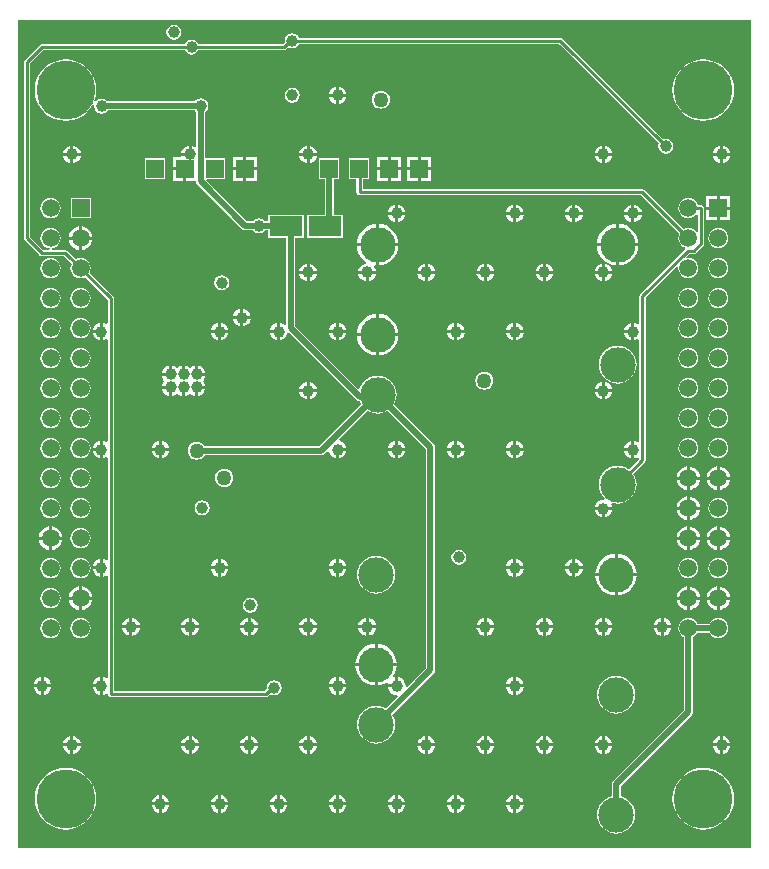
<source format=gbr>
G04 Layer_Physical_Order=1*
G04 Layer_Color=255*
%FSLAX26Y26*%
%MOIN*%
%TF.FileFunction,Copper,L1,Top,Signal*%
%TF.Part,Single*%
G01*
G75*
%TA.AperFunction,SMDPad,CuDef*%
%ADD10R,0.110236X0.066929*%
%TA.AperFunction,Conductor*%
%ADD11C,0.019685*%
%ADD12C,0.010000*%
%TA.AperFunction,ComponentPad*%
%ADD13R,0.060000X0.060000*%
%ADD14C,0.059055*%
%ADD15R,0.059055X0.059055*%
%ADD16C,0.118110*%
%TA.AperFunction,ViaPad*%
%ADD17C,0.196850*%
%ADD18C,0.039370*%
%ADD19C,0.050000*%
G36*
X2283466Y-165386D02*
X-157480D01*
Y2594614D01*
X2283466D01*
Y-165386D01*
D02*
G37*
%LPC*%
G36*
X-50000Y702257D02*
X-58736Y701107D01*
X-66877Y697735D01*
X-73867Y692371D01*
X-79231Y685381D01*
X-82603Y677240D01*
X-83753Y668504D01*
X-82603Y659768D01*
X-79231Y651627D01*
X-73867Y644637D01*
X-66877Y639273D01*
X-58736Y635901D01*
X-50000Y634751D01*
X-41264Y635901D01*
X-33123Y639273D01*
X-26133Y644637D01*
X-20769Y651627D01*
X-17397Y659768D01*
X-16247Y668504D01*
X-17397Y677240D01*
X-20769Y685381D01*
X-26133Y692371D01*
X-33123Y697735D01*
X-41264Y701107D01*
X-50000Y702257D01*
D02*
G37*
G36*
X2215194Y663504D02*
X2180984D01*
Y629294D01*
X2186303Y629994D01*
X2195918Y633977D01*
X2204175Y640313D01*
X2210511Y648570D01*
X2214494Y658185D01*
X2215194Y663504D01*
D02*
G37*
G36*
X2115194D02*
X2080984D01*
Y629294D01*
X2086303Y629994D01*
X2095918Y633977D01*
X2104175Y640313D01*
X2110511Y648570D01*
X2114494Y658185D01*
X2115194Y663504D01*
D02*
G37*
G36*
X2170984Y707714D02*
X2165665Y707014D01*
X2156050Y703031D01*
X2147793Y696695D01*
X2141457Y688438D01*
X2137474Y678823D01*
X2136774Y673504D01*
X2170984D01*
Y707714D01*
D02*
G37*
G36*
X2070984D02*
X2065665Y707014D01*
X2056050Y703031D01*
X2047793Y696695D01*
X2041457Y688438D01*
X2037474Y678823D01*
X2036774Y673504D01*
X2070984D01*
Y707714D01*
D02*
G37*
G36*
X45000D02*
X39681Y707014D01*
X30066Y703031D01*
X21809Y696695D01*
X15473Y688438D01*
X11490Y678823D01*
X10790Y673504D01*
X45000D01*
Y707714D01*
D02*
G37*
G36*
Y663504D02*
X10790D01*
X11490Y658185D01*
X15473Y648570D01*
X21809Y640313D01*
X30066Y633977D01*
X39681Y629994D01*
X45000Y629294D01*
Y663504D01*
D02*
G37*
G36*
X615985Y670168D02*
X606353Y668253D01*
X598188Y662797D01*
X592732Y654631D01*
X590816Y645000D01*
X592732Y635368D01*
X598188Y627203D01*
X606353Y621747D01*
X615985Y619831D01*
X625616Y621747D01*
X633782Y627203D01*
X639237Y635368D01*
X641153Y645000D01*
X639237Y654631D01*
X633782Y662797D01*
X625616Y668253D01*
X615985Y670168D01*
D02*
G37*
G36*
X2175984Y602257D02*
X2167248Y601107D01*
X2159107Y597735D01*
X2152117Y592371D01*
X2146753Y585381D01*
X2146031Y583637D01*
X2105937D01*
X2105215Y585381D01*
X2099851Y592371D01*
X2092861Y597735D01*
X2084720Y601107D01*
X2075984Y602257D01*
X2067248Y601107D01*
X2059107Y597735D01*
X2052117Y592371D01*
X2046753Y585381D01*
X2043381Y577240D01*
X2042231Y568504D01*
X2043381Y559768D01*
X2046753Y551627D01*
X2052117Y544637D01*
X2059107Y539273D01*
X2060851Y538551D01*
Y296268D01*
X1824299Y59716D01*
X1821019Y54806D01*
X1819867Y49015D01*
X1819867Y49015D01*
Y8236D01*
X1810777Y5479D01*
X1799834Y-371D01*
X1790242Y-8242D01*
X1782371Y-17834D01*
X1776521Y-28777D01*
X1772919Y-40651D01*
X1771703Y-53000D01*
X1772919Y-65349D01*
X1776521Y-77223D01*
X1782371Y-88166D01*
X1790242Y-97758D01*
X1799834Y-105629D01*
X1810777Y-111479D01*
X1822651Y-115081D01*
X1835000Y-116297D01*
X1847349Y-115081D01*
X1859223Y-111479D01*
X1870166Y-105629D01*
X1879758Y-97758D01*
X1887629Y-88166D01*
X1893479Y-77223D01*
X1897081Y-65349D01*
X1898297Y-53000D01*
X1897081Y-40651D01*
X1893479Y-28777D01*
X1887629Y-17834D01*
X1879758Y-8242D01*
X1870166Y-371D01*
X1859223Y5479D01*
X1850133Y8236D01*
Y42747D01*
X2086685Y279298D01*
X2086685Y279298D01*
X2089965Y284208D01*
X2091117Y289999D01*
Y538551D01*
X2092861Y539273D01*
X2099851Y544637D01*
X2105215Y551627D01*
X2105937Y553371D01*
X2146031D01*
X2146753Y551627D01*
X2152117Y544637D01*
X2159107Y539273D01*
X2167248Y535901D01*
X2175984Y534751D01*
X2184720Y535901D01*
X2192861Y539273D01*
X2199851Y544637D01*
X2205215Y551627D01*
X2208587Y559768D01*
X2209737Y568504D01*
X2208587Y577240D01*
X2205215Y585381D01*
X2199851Y592371D01*
X2192861Y597735D01*
X2184720Y601107D01*
X2175984Y602257D01*
D02*
G37*
G36*
X89210Y663504D02*
X55000D01*
Y629294D01*
X60319Y629994D01*
X69934Y633977D01*
X78191Y640313D01*
X84527Y648570D01*
X88510Y658185D01*
X89210Y663504D01*
D02*
G37*
G36*
X2170984D02*
X2136774D01*
X2137474Y658185D01*
X2141457Y648570D01*
X2147793Y640313D01*
X2156050Y633977D01*
X2165665Y629994D01*
X2170984Y629294D01*
Y663504D01*
D02*
G37*
G36*
X2070984D02*
X2036774D01*
X2037474Y658185D01*
X2041457Y648570D01*
X2047793Y640313D01*
X2056050Y633977D01*
X2065665Y629994D01*
X2070984Y629294D01*
Y663504D01*
D02*
G37*
G36*
X2075984Y802257D02*
X2067248Y801107D01*
X2059107Y797735D01*
X2052117Y792371D01*
X2046753Y785381D01*
X2043381Y777240D01*
X2042231Y768504D01*
X2043381Y759768D01*
X2046753Y751627D01*
X2052117Y744637D01*
X2059107Y739273D01*
X2067248Y735901D01*
X2075984Y734751D01*
X2084720Y735901D01*
X2092861Y739273D01*
X2099851Y744637D01*
X2105215Y751627D01*
X2108587Y759768D01*
X2109737Y768504D01*
X2108587Y777240D01*
X2105215Y785381D01*
X2099851Y792371D01*
X2092861Y797735D01*
X2084720Y801107D01*
X2075984Y802257D01*
D02*
G37*
G36*
X50000D02*
X41264Y801107D01*
X33123Y797735D01*
X26133Y792371D01*
X20769Y785381D01*
X17397Y777240D01*
X16247Y768504D01*
X17397Y759768D01*
X20769Y751627D01*
X26133Y744637D01*
X33123Y739273D01*
X41264Y735901D01*
X50000Y734751D01*
X58736Y735901D01*
X66877Y739273D01*
X73867Y744637D01*
X79231Y751627D01*
X82603Y759768D01*
X83753Y768504D01*
X82603Y777240D01*
X79231Y785381D01*
X73867Y792371D01*
X66877Y797735D01*
X58736Y801107D01*
X50000Y802257D01*
D02*
G37*
G36*
X-50000D02*
X-58736Y801107D01*
X-66877Y797735D01*
X-73867Y792371D01*
X-79231Y785381D01*
X-82603Y777240D01*
X-83753Y768504D01*
X-82603Y759768D01*
X-79231Y751627D01*
X-73867Y744637D01*
X-66877Y739273D01*
X-58736Y735901D01*
X-50000Y734751D01*
X-41264Y735901D01*
X-33123Y739273D01*
X-26133Y744637D01*
X-20769Y751627D01*
X-17397Y759768D01*
X-16247Y768504D01*
X-17397Y777240D01*
X-20769Y785381D01*
X-26133Y792371D01*
X-33123Y797735D01*
X-41264Y801107D01*
X-50000Y802257D01*
D02*
G37*
G36*
X508245Y764835D02*
X483962D01*
X484324Y762085D01*
X487315Y754864D01*
X492073Y748663D01*
X498274Y743905D01*
X505495Y740914D01*
X508245Y740552D01*
Y764835D01*
D02*
G37*
G36*
X114544D02*
X90261D01*
X90623Y762085D01*
X93614Y754864D01*
X98372Y748663D01*
X104573Y743905D01*
X111795Y740914D01*
X114544Y740552D01*
Y764835D01*
D02*
G37*
G36*
X2175984Y802257D02*
X2167248Y801107D01*
X2159107Y797735D01*
X2152117Y792371D01*
X2146753Y785381D01*
X2143381Y777240D01*
X2142231Y768504D01*
X2143381Y759768D01*
X2146753Y751627D01*
X2152117Y744637D01*
X2159107Y739273D01*
X2167248Y735901D01*
X2175984Y734751D01*
X2184720Y735901D01*
X2192861Y739273D01*
X2199851Y744637D01*
X2205215Y751627D01*
X2208587Y759768D01*
X2209737Y768504D01*
X2208587Y777240D01*
X2205215Y785381D01*
X2199851Y792371D01*
X2192861Y797735D01*
X2184720Y801107D01*
X2175984Y802257D01*
D02*
G37*
G36*
X2180984Y707714D02*
Y673504D01*
X2215194D01*
X2214494Y678823D01*
X2210511Y688438D01*
X2204175Y696695D01*
X2195918Y703031D01*
X2186303Y707014D01*
X2180984Y707714D01*
D02*
G37*
G36*
X2080984D02*
Y673504D01*
X2115194D01*
X2114494Y678823D01*
X2110511Y688438D01*
X2104175Y696695D01*
X2095918Y703031D01*
X2086303Y707014D01*
X2080984Y707714D01*
D02*
G37*
G36*
X55000D02*
Y673504D01*
X89210D01*
X88510Y678823D01*
X84527Y688438D01*
X78191Y696695D01*
X69934Y703031D01*
X60319Y707014D01*
X55000Y707714D01*
D02*
G37*
G36*
X1035000Y810297D02*
X1022651Y809081D01*
X1010777Y805479D01*
X999834Y799629D01*
X990242Y791758D01*
X982371Y782166D01*
X976521Y771223D01*
X972919Y759349D01*
X971703Y747000D01*
X972919Y734651D01*
X976521Y722777D01*
X982371Y711834D01*
X990242Y702242D01*
X999834Y694371D01*
X1010777Y688521D01*
X1022651Y684919D01*
X1035000Y683703D01*
X1047349Y684919D01*
X1059223Y688521D01*
X1070166Y694371D01*
X1079758Y702242D01*
X1087629Y711834D01*
X1093479Y722777D01*
X1097081Y734651D01*
X1098297Y747000D01*
X1097081Y759349D01*
X1093479Y771223D01*
X1087629Y782166D01*
X1079758Y791758D01*
X1070166Y799629D01*
X1059223Y805479D01*
X1047349Y809081D01*
X1035000Y810297D01*
D02*
G37*
G36*
X1903897Y742000D02*
X1840000D01*
Y678103D01*
X1848537Y678944D01*
X1861554Y682893D01*
X1873551Y689305D01*
X1884066Y697934D01*
X1892695Y708449D01*
X1899107Y720446D01*
X1903056Y733463D01*
X1903897Y742000D01*
D02*
G37*
G36*
X1830000D02*
X1766103D01*
X1766944Y733463D01*
X1770893Y720446D01*
X1777305Y708449D01*
X1785934Y697934D01*
X1796449Y689305D01*
X1808446Y682893D01*
X1821463Y678944D01*
X1830000Y678103D01*
Y742000D01*
D02*
G37*
G36*
X1994623Y602267D02*
Y577984D01*
X2018906D01*
X2018544Y580734D01*
X2015553Y587955D01*
X2010794Y594156D01*
X2004593Y598914D01*
X1997372Y601905D01*
X1994623Y602267D01*
D02*
G37*
G36*
X222969D02*
Y577984D01*
X247252D01*
X246890Y580734D01*
X243899Y587955D01*
X239141Y594156D01*
X232940Y598914D01*
X225719Y601905D01*
X222969Y602267D01*
D02*
G37*
G36*
X212969D02*
X210220Y601905D01*
X202999Y598914D01*
X196798Y594156D01*
X192039Y587955D01*
X189048Y580734D01*
X188686Y577984D01*
X212969D01*
Y602267D01*
D02*
G37*
G36*
X2018906Y567984D02*
X1994623D01*
Y543701D01*
X1997372Y544063D01*
X2004593Y547055D01*
X2010794Y551813D01*
X2015553Y558014D01*
X2018544Y565235D01*
X2018906Y567984D01*
D02*
G37*
G36*
X606670Y602267D02*
X603921Y601905D01*
X596699Y598914D01*
X590498Y594156D01*
X585740Y587955D01*
X582749Y580734D01*
X582387Y577984D01*
X606670D01*
Y602267D01*
D02*
G37*
G36*
X419820D02*
Y577984D01*
X444103D01*
X443741Y580734D01*
X440749Y587955D01*
X435991Y594156D01*
X429790Y598914D01*
X422569Y601905D01*
X419820Y602267D01*
D02*
G37*
G36*
X409820D02*
X407070Y601905D01*
X399849Y598914D01*
X393648Y594156D01*
X388890Y587955D01*
X385899Y580734D01*
X385537Y577984D01*
X409820D01*
Y602267D01*
D02*
G37*
G36*
X1625205Y567984D02*
X1600922D01*
Y543701D01*
X1603671Y544063D01*
X1610893Y547055D01*
X1617094Y551813D01*
X1621852Y558014D01*
X1624843Y565235D01*
X1625205Y567984D01*
D02*
G37*
G36*
X1590922D02*
X1566639D01*
X1567001Y565235D01*
X1569992Y558014D01*
X1574750Y551813D01*
X1580951Y547055D01*
X1588173Y544063D01*
X1590922Y543701D01*
Y567984D01*
D02*
G37*
G36*
X1428355D02*
X1404072D01*
Y543701D01*
X1406821Y544063D01*
X1414042Y547055D01*
X1420243Y551813D01*
X1425001Y558014D01*
X1427993Y565235D01*
X1428355Y567984D01*
D02*
G37*
G36*
X1984623D02*
X1960340D01*
X1960702Y565235D01*
X1963693Y558014D01*
X1968451Y551813D01*
X1974652Y547055D01*
X1981873Y544063D01*
X1984623Y543701D01*
Y567984D01*
D02*
G37*
G36*
X1822055D02*
X1797772D01*
Y543701D01*
X1800522Y544063D01*
X1807743Y547055D01*
X1813944Y551813D01*
X1818702Y558014D01*
X1821693Y565235D01*
X1822055Y567984D01*
D02*
G37*
G36*
X1787772D02*
X1763489D01*
X1763851Y565235D01*
X1766843Y558014D01*
X1771601Y551813D01*
X1777802Y547055D01*
X1785023Y544063D01*
X1787772Y543701D01*
Y567984D01*
D02*
G37*
G36*
X1600922Y602267D02*
Y577984D01*
X1625205D01*
X1624843Y580734D01*
X1621852Y587955D01*
X1617094Y594156D01*
X1610893Y598914D01*
X1603671Y601905D01*
X1600922Y602267D01*
D02*
G37*
G36*
X1590922D02*
X1588173Y601905D01*
X1580951Y598914D01*
X1574750Y594156D01*
X1569992Y587955D01*
X1567001Y580734D01*
X1566639Y577984D01*
X1590922D01*
Y602267D01*
D02*
G37*
G36*
X1404072D02*
Y577984D01*
X1428355D01*
X1427993Y580734D01*
X1425001Y587955D01*
X1420243Y594156D01*
X1414042Y598914D01*
X1406821Y601905D01*
X1404072Y602267D01*
D02*
G37*
G36*
X1984623D02*
X1981873Y601905D01*
X1974652Y598914D01*
X1968451Y594156D01*
X1963693Y587955D01*
X1960702Y580734D01*
X1960340Y577984D01*
X1984623D01*
Y602267D01*
D02*
G37*
G36*
X1797772D02*
Y577984D01*
X1822055D01*
X1821693Y580734D01*
X1818702Y587955D01*
X1813944Y594156D01*
X1807743Y598914D01*
X1800522Y601905D01*
X1797772Y602267D01*
D02*
G37*
G36*
X1787772D02*
X1785023Y601905D01*
X1777802Y598914D01*
X1771601Y594156D01*
X1766843Y587955D01*
X1763851Y580734D01*
X1763489Y577984D01*
X1787772D01*
Y602267D01*
D02*
G37*
G36*
X813520D02*
Y577984D01*
X837803D01*
X837441Y580734D01*
X834450Y587955D01*
X829692Y594156D01*
X823491Y598914D01*
X816270Y601905D01*
X813520Y602267D01*
D02*
G37*
G36*
X803520D02*
X800771Y601905D01*
X793550Y598914D01*
X787349Y594156D01*
X782591Y587955D01*
X779599Y580734D01*
X779237Y577984D01*
X803520D01*
Y602267D01*
D02*
G37*
G36*
X616670D02*
Y577984D01*
X640953D01*
X640591Y580734D01*
X637600Y587955D01*
X632842Y594156D01*
X626641Y598914D01*
X619419Y601905D01*
X616670Y602267D01*
D02*
G37*
G36*
X1394072D02*
X1391322Y601905D01*
X1384101Y598914D01*
X1377900Y594156D01*
X1373142Y587955D01*
X1370151Y580734D01*
X1369789Y577984D01*
X1394072D01*
Y602267D01*
D02*
G37*
G36*
X1010371D02*
Y577984D01*
X1034654D01*
X1034292Y580734D01*
X1031301Y587955D01*
X1026542Y594156D01*
X1020341Y598914D01*
X1013120Y601905D01*
X1010371Y602267D01*
D02*
G37*
G36*
X1000371D02*
X997621Y601905D01*
X990400Y598914D01*
X984199Y594156D01*
X979441Y587955D01*
X976450Y580734D01*
X976088Y577984D01*
X1000371D01*
Y602267D01*
D02*
G37*
G36*
X2115194Y963504D02*
X2080984D01*
Y929294D01*
X2086303Y929994D01*
X2095918Y933977D01*
X2104175Y940313D01*
X2110511Y948570D01*
X2114494Y958185D01*
X2115194Y963504D01*
D02*
G37*
G36*
X2070984D02*
X2036774D01*
X2037474Y958185D01*
X2041457Y948570D01*
X2047793Y940313D01*
X2056050Y933977D01*
X2065665Y929994D01*
X2070984Y929294D01*
Y963504D01*
D02*
G37*
G36*
X2180984Y907714D02*
Y873504D01*
X2215194D01*
X2214494Y878823D01*
X2210511Y888438D01*
X2204175Y896695D01*
X2195918Y903031D01*
X2186303Y907014D01*
X2180984Y907714D01*
D02*
G37*
G36*
X2175984Y1002257D02*
X2167248Y1001107D01*
X2159107Y997735D01*
X2152117Y992371D01*
X2146753Y985381D01*
X2143381Y977240D01*
X2142231Y968504D01*
X2143381Y959768D01*
X2146753Y951627D01*
X2152117Y944637D01*
X2159107Y939273D01*
X2167248Y935901D01*
X2175984Y934751D01*
X2184720Y935901D01*
X2192861Y939273D01*
X2199851Y944637D01*
X2205215Y951627D01*
X2208587Y959768D01*
X2209737Y968504D01*
X2208587Y977240D01*
X2205215Y985381D01*
X2199851Y992371D01*
X2192861Y997735D01*
X2184720Y1001107D01*
X2175984Y1002257D01*
D02*
G37*
G36*
X50000D02*
X41264Y1001107D01*
X33123Y997735D01*
X26133Y992371D01*
X20769Y985381D01*
X17397Y977240D01*
X16247Y968504D01*
X17397Y959768D01*
X20769Y951627D01*
X26133Y944637D01*
X33123Y939273D01*
X41264Y935901D01*
X50000Y934751D01*
X58736Y935901D01*
X66877Y939273D01*
X73867Y944637D01*
X79231Y951627D01*
X82603Y959768D01*
X83753Y968504D01*
X82603Y977240D01*
X79231Y985381D01*
X73867Y992371D01*
X66877Y997735D01*
X58736Y1001107D01*
X50000Y1002257D01*
D02*
G37*
G36*
X-50000D02*
X-58736Y1001107D01*
X-66877Y997735D01*
X-73867Y992371D01*
X-79231Y985381D01*
X-82603Y977240D01*
X-83753Y968504D01*
X-82603Y959768D01*
X-79231Y951627D01*
X-73867Y944637D01*
X-66877Y939273D01*
X-58736Y935901D01*
X-50000Y934751D01*
X-41264Y935901D01*
X-33123Y939273D01*
X-26133Y944637D01*
X-20769Y951627D01*
X-17397Y959768D01*
X-16247Y968504D01*
X-17397Y977240D01*
X-20769Y985381D01*
X-26133Y992371D01*
X-33123Y997735D01*
X-41264Y1001107D01*
X-50000Y1002257D01*
D02*
G37*
G36*
X2070984Y907714D02*
X2065665Y907014D01*
X2056050Y903031D01*
X2047793Y896695D01*
X2041457Y888438D01*
X2037474Y878823D01*
X2036774Y873504D01*
X2070984D01*
Y907714D01*
D02*
G37*
G36*
X-55000D02*
X-60319Y907014D01*
X-69934Y903031D01*
X-78191Y896695D01*
X-84527Y888438D01*
X-88510Y878823D01*
X-89210Y873504D01*
X-55000D01*
Y907714D01*
D02*
G37*
G36*
X50000Y902257D02*
X41264Y901107D01*
X33123Y897735D01*
X26133Y892371D01*
X20769Y885381D01*
X17397Y877240D01*
X16247Y868504D01*
X17397Y859768D01*
X20769Y851627D01*
X26133Y844637D01*
X33123Y839273D01*
X41264Y835901D01*
X50000Y834751D01*
X58736Y835901D01*
X66877Y839273D01*
X73867Y844637D01*
X79231Y851627D01*
X82603Y859768D01*
X83753Y868504D01*
X82603Y877240D01*
X79231Y885381D01*
X73867Y892371D01*
X66877Y897735D01*
X58736Y901107D01*
X50000Y902257D01*
D02*
G37*
G36*
X2080984Y907714D02*
Y873504D01*
X2115194D01*
X2114494Y878823D01*
X2110511Y888438D01*
X2104175Y896695D01*
X2095918Y903031D01*
X2086303Y907014D01*
X2080984Y907714D01*
D02*
G37*
G36*
X-45000D02*
Y873504D01*
X-10790D01*
X-11490Y878823D01*
X-15473Y888438D01*
X-21809Y896695D01*
X-30066Y903031D01*
X-39681Y907014D01*
X-45000Y907714D01*
D02*
G37*
G36*
X2170984Y907714D02*
X2165665Y907014D01*
X2156050Y903031D01*
X2147793Y896695D01*
X2141457Y888438D01*
X2137474Y878823D01*
X2136774Y873504D01*
X2170984D01*
Y907714D01*
D02*
G37*
G36*
X2215194Y1063504D02*
X2180984D01*
Y1029294D01*
X2186303Y1029994D01*
X2195918Y1033977D01*
X2204175Y1040313D01*
X2210511Y1048570D01*
X2214494Y1058185D01*
X2215194Y1063504D01*
D02*
G37*
G36*
X2115194D02*
X2080984D01*
Y1029294D01*
X2086303Y1029994D01*
X2095918Y1033977D01*
X2104175Y1040313D01*
X2110511Y1048570D01*
X2114494Y1058185D01*
X2115194Y1063504D01*
D02*
G37*
G36*
X2170984D02*
X2136774D01*
X2137474Y1058185D01*
X2141457Y1048570D01*
X2147793Y1040313D01*
X2156050Y1033977D01*
X2165665Y1029994D01*
X2170984Y1029294D01*
Y1063504D01*
D02*
G37*
G36*
X528662Y1099621D02*
X520830Y1098590D01*
X513533Y1095567D01*
X507266Y1090759D01*
X502457Y1084492D01*
X499434Y1077194D01*
X498403Y1069362D01*
X499434Y1061531D01*
X502457Y1054233D01*
X507266Y1047966D01*
X513533Y1043157D01*
X520830Y1040134D01*
X528662Y1039103D01*
X536494Y1040134D01*
X543791Y1043157D01*
X550058Y1047966D01*
X554867Y1054233D01*
X557890Y1061531D01*
X558921Y1069362D01*
X557890Y1077194D01*
X554867Y1084492D01*
X550058Y1090759D01*
X543791Y1095567D01*
X536494Y1098590D01*
X528662Y1099621D01*
D02*
G37*
G36*
X50000Y1102257D02*
X41264Y1101107D01*
X33123Y1097735D01*
X26133Y1092371D01*
X20769Y1085381D01*
X17397Y1077240D01*
X16247Y1068504D01*
X17397Y1059768D01*
X20769Y1051627D01*
X26133Y1044637D01*
X33123Y1039273D01*
X41264Y1035901D01*
X50000Y1034751D01*
X58736Y1035901D01*
X66877Y1039273D01*
X73867Y1044637D01*
X79231Y1051627D01*
X82603Y1059768D01*
X83753Y1068504D01*
X82603Y1077240D01*
X79231Y1085381D01*
X73867Y1092371D01*
X66877Y1097735D01*
X58736Y1101107D01*
X50000Y1102257D01*
D02*
G37*
G36*
X-50000D02*
X-58736Y1101107D01*
X-66877Y1097735D01*
X-73867Y1092371D01*
X-79231Y1085381D01*
X-82603Y1077240D01*
X-83753Y1068504D01*
X-82603Y1059768D01*
X-79231Y1051627D01*
X-73867Y1044637D01*
X-66877Y1039273D01*
X-58736Y1035901D01*
X-50000Y1034751D01*
X-41264Y1035901D01*
X-33123Y1039273D01*
X-26133Y1044637D01*
X-20769Y1051627D01*
X-17397Y1059768D01*
X-16247Y1068504D01*
X-17397Y1077240D01*
X-20769Y1085381D01*
X-26133Y1092371D01*
X-33123Y1097735D01*
X-41264Y1101107D01*
X-50000Y1102257D01*
D02*
G37*
G36*
X455985Y995168D02*
X446353Y993253D01*
X438188Y987797D01*
X432732Y979631D01*
X430816Y970000D01*
X432732Y960368D01*
X438188Y952203D01*
X446353Y946747D01*
X455985Y944831D01*
X465616Y946747D01*
X473781Y952203D01*
X479237Y960368D01*
X481153Y970000D01*
X479237Y979631D01*
X473781Y987797D01*
X465616Y993253D01*
X455985Y995168D01*
D02*
G37*
G36*
X1822055Y961685D02*
X1797772D01*
Y937402D01*
X1800522Y937764D01*
X1807743Y940755D01*
X1813944Y945514D01*
X1818702Y951715D01*
X1821693Y958936D01*
X1822055Y961685D01*
D02*
G37*
G36*
X1787772D02*
X1763489D01*
X1763851Y958936D01*
X1766843Y951715D01*
X1771601Y945514D01*
X1777802Y940755D01*
X1785023Y937764D01*
X1787772Y937402D01*
Y961685D01*
D02*
G37*
G36*
X2070984Y1063504D02*
X2036774D01*
X2037474Y1058185D01*
X2041457Y1048570D01*
X2047793Y1040313D01*
X2056050Y1033977D01*
X2065665Y1029994D01*
X2070984Y1029294D01*
Y1063504D01*
D02*
G37*
G36*
X2080984Y1007714D02*
Y973504D01*
X2115194D01*
X2114494Y978823D01*
X2110511Y988438D01*
X2104175Y996695D01*
X2095918Y1003031D01*
X2086303Y1007014D01*
X2080984Y1007714D01*
D02*
G37*
G36*
X2070984Y1007714D02*
X2065665Y1007014D01*
X2056050Y1003031D01*
X2047793Y996695D01*
X2041457Y988438D01*
X2037474Y978823D01*
X2036774Y973504D01*
X2070984D01*
Y1007714D01*
D02*
G37*
G36*
X2215194Y863504D02*
X2180984D01*
Y829294D01*
X2186303Y829994D01*
X2195918Y833977D01*
X2204175Y840313D01*
X2210511Y848570D01*
X2214494Y858185D01*
X2215194Y863504D01*
D02*
G37*
G36*
X1840000Y815897D02*
Y752000D01*
X1903897D01*
X1903056Y760537D01*
X1899107Y773554D01*
X1892695Y785551D01*
X1884066Y796066D01*
X1873551Y804695D01*
X1861554Y811107D01*
X1848537Y815056D01*
X1840000Y815897D01*
D02*
G37*
G36*
X1830000D02*
X1821463Y815056D01*
X1808446Y811107D01*
X1796449Y804695D01*
X1785934Y796066D01*
X1777305Y785551D01*
X1770893Y773554D01*
X1766944Y760537D01*
X1766103Y752000D01*
X1830000D01*
Y815897D01*
D02*
G37*
G36*
X1723630Y764835D02*
X1699347D01*
Y740552D01*
X1702097Y740914D01*
X1709318Y743905D01*
X1715519Y748663D01*
X1720277Y754864D01*
X1723268Y762085D01*
X1723630Y764835D01*
D02*
G37*
G36*
X518245Y799118D02*
Y774835D01*
X542528D01*
X542166Y777584D01*
X539175Y784805D01*
X534416Y791006D01*
X528215Y795765D01*
X520994Y798756D01*
X518245Y799118D01*
D02*
G37*
G36*
X508245D02*
X505495Y798756D01*
X498274Y795765D01*
X492073Y791006D01*
X487315Y784805D01*
X484324Y777584D01*
X483962Y774835D01*
X508245D01*
Y799118D01*
D02*
G37*
G36*
X114544D02*
X111795Y798756D01*
X104573Y795765D01*
X98372Y791006D01*
X93614Y784805D01*
X90623Y777584D01*
X90261Y774835D01*
X114544D01*
Y799118D01*
D02*
G37*
G36*
X936229Y764835D02*
X911946D01*
Y740552D01*
X914695Y740914D01*
X921916Y743905D01*
X928117Y748663D01*
X932875Y754864D01*
X935867Y762085D01*
X936229Y764835D01*
D02*
G37*
G36*
X901946D02*
X877663D01*
X878025Y762085D01*
X881016Y754864D01*
X885774Y748663D01*
X891975Y743905D01*
X899196Y740914D01*
X901946Y740552D01*
Y764835D01*
D02*
G37*
G36*
X542528D02*
X518245D01*
Y740552D01*
X520994Y740914D01*
X528215Y743905D01*
X534416Y748663D01*
X539175Y754864D01*
X542166Y762085D01*
X542528Y764835D01*
D02*
G37*
G36*
X1689347D02*
X1665064D01*
X1665426Y762085D01*
X1668417Y754864D01*
X1673176Y748663D01*
X1679377Y743905D01*
X1686598Y740914D01*
X1689347Y740552D01*
Y764835D01*
D02*
G37*
G36*
X1526780D02*
X1502497D01*
Y740552D01*
X1505246Y740914D01*
X1512467Y743905D01*
X1518668Y748663D01*
X1523427Y754864D01*
X1526418Y762085D01*
X1526780Y764835D01*
D02*
G37*
G36*
X1492497D02*
X1468214D01*
X1468576Y762085D01*
X1471567Y754864D01*
X1476325Y748663D01*
X1482526Y743905D01*
X1489747Y740914D01*
X1492497Y740552D01*
Y764835D01*
D02*
G37*
G36*
X2070984Y863504D02*
X2036774D01*
X2037474Y858185D01*
X2041457Y848570D01*
X2047793Y840313D01*
X2056050Y833977D01*
X2065665Y829994D01*
X2070984Y829294D01*
Y863504D01*
D02*
G37*
G36*
X-55000D02*
X-89210D01*
X-88510Y858185D01*
X-84527Y848570D01*
X-78191Y840313D01*
X-69934Y833977D01*
X-60319Y829994D01*
X-55000Y829294D01*
Y863504D01*
D02*
G37*
G36*
X1310985Y830168D02*
X1301353Y828253D01*
X1293188Y822797D01*
X1287732Y814631D01*
X1285816Y805000D01*
X1287732Y795368D01*
X1293188Y787203D01*
X1301353Y781747D01*
X1310985Y779831D01*
X1320616Y781747D01*
X1328782Y787203D01*
X1334237Y795368D01*
X1336153Y805000D01*
X1334237Y814631D01*
X1328782Y822797D01*
X1320616Y828253D01*
X1310985Y830168D01*
D02*
G37*
G36*
X2115194Y863504D02*
X2080984D01*
Y829294D01*
X2086303Y829994D01*
X2095918Y833977D01*
X2104175Y840313D01*
X2110511Y848570D01*
X2114494Y858185D01*
X2115194Y863504D01*
D02*
G37*
G36*
X-10790D02*
X-45000D01*
Y829294D01*
X-39681Y829994D01*
X-30066Y833977D01*
X-21809Y840313D01*
X-15473Y848570D01*
X-11490Y858185D01*
X-10790Y863504D01*
D02*
G37*
G36*
X2170984D02*
X2136774D01*
X2137474Y858185D01*
X2141457Y848570D01*
X2147793Y840313D01*
X2156050Y833977D01*
X2165665Y829994D01*
X2170984Y829294D01*
Y863504D01*
D02*
G37*
G36*
X1492497Y799118D02*
X1489747Y798756D01*
X1482526Y795765D01*
X1476325Y791006D01*
X1471567Y784805D01*
X1468576Y777584D01*
X1468214Y774835D01*
X1492497D01*
Y799118D01*
D02*
G37*
G36*
X911946D02*
Y774835D01*
X936229D01*
X935867Y777584D01*
X932875Y784805D01*
X928117Y791006D01*
X921916Y795765D01*
X914695Y798756D01*
X911946Y799118D01*
D02*
G37*
G36*
X901946D02*
X899196Y798756D01*
X891975Y795765D01*
X885774Y791006D01*
X881016Y784805D01*
X878025Y777584D01*
X877663Y774835D01*
X901946D01*
Y799118D01*
D02*
G37*
G36*
X1699347D02*
Y774835D01*
X1723630D01*
X1723268Y777584D01*
X1720277Y784805D01*
X1715519Y791006D01*
X1709318Y795765D01*
X1702097Y798756D01*
X1699347Y799118D01*
D02*
G37*
G36*
X1689347D02*
X1686598Y798756D01*
X1679377Y795765D01*
X1673176Y791006D01*
X1668417Y784805D01*
X1665426Y777584D01*
X1665064Y774835D01*
X1689347D01*
Y799118D01*
D02*
G37*
G36*
X1502497D02*
Y774835D01*
X1526780D01*
X1526418Y777584D01*
X1523427Y784805D01*
X1518668Y791006D01*
X1512467Y795765D01*
X1505246Y798756D01*
X1502497Y799118D01*
D02*
G37*
G36*
X444103Y174284D02*
X419820D01*
Y150001D01*
X422569Y150363D01*
X429790Y153354D01*
X435991Y158112D01*
X440749Y164313D01*
X443741Y171534D01*
X444103Y174284D01*
D02*
G37*
G36*
X409820D02*
X385537D01*
X385899Y171534D01*
X388890Y164313D01*
X393648Y158112D01*
X399849Y153354D01*
X407070Y150363D01*
X409820Y150001D01*
Y174284D01*
D02*
G37*
G36*
X50402D02*
X26119D01*
Y150001D01*
X28868Y150363D01*
X36089Y153354D01*
X42290Y158112D01*
X47049Y164313D01*
X50040Y171534D01*
X50402Y174284D01*
D02*
G37*
G36*
X803520D02*
X779237D01*
X779599Y171534D01*
X782591Y164313D01*
X787349Y158112D01*
X793550Y153354D01*
X800771Y150363D01*
X803520Y150001D01*
Y174284D01*
D02*
G37*
G36*
X640953D02*
X616670D01*
Y150001D01*
X619419Y150363D01*
X626641Y153354D01*
X632842Y158112D01*
X637600Y164313D01*
X640591Y171534D01*
X640953Y174284D01*
D02*
G37*
G36*
X606670D02*
X582387D01*
X582749Y171534D01*
X585740Y164313D01*
X590498Y158112D01*
X596699Y153354D01*
X603921Y150363D01*
X606670Y150001D01*
Y174284D01*
D02*
G37*
G36*
X1305646Y11716D02*
Y-12567D01*
X1329929D01*
X1329567Y-9817D01*
X1326576Y-2596D01*
X1321818Y3605D01*
X1315617Y8363D01*
X1308396Y11354D01*
X1305646Y11716D01*
D02*
G37*
G36*
X1295646D02*
X1292897Y11354D01*
X1285676Y8363D01*
X1279475Y3605D01*
X1274717Y-2596D01*
X1271725Y-9817D01*
X1271363Y-12567D01*
X1295646D01*
Y11716D01*
D02*
G37*
G36*
X1108796D02*
Y-12567D01*
X1133079D01*
X1132717Y-9817D01*
X1129726Y-2596D01*
X1124968Y3605D01*
X1118767Y8363D01*
X1111545Y11354D01*
X1108796Y11716D01*
D02*
G37*
G36*
X16119Y174284D02*
X-8164D01*
X-7802Y171534D01*
X-4811Y164313D01*
X-53Y158112D01*
X6148Y153354D01*
X13369Y150363D01*
X16119Y150001D01*
Y174284D01*
D02*
G37*
G36*
X1502497Y11716D02*
Y-12567D01*
X1526780D01*
X1526418Y-9817D01*
X1523427Y-2596D01*
X1518668Y3605D01*
X1512467Y8363D01*
X1505246Y11354D01*
X1502497Y11716D01*
D02*
G37*
G36*
X1492497D02*
X1489747Y11354D01*
X1482526Y8363D01*
X1476325Y3605D01*
X1471567Y-2596D01*
X1468576Y-9817D01*
X1468214Y-12567D01*
X1492497D01*
Y11716D01*
D02*
G37*
G36*
X1822055Y174284D02*
X1797772D01*
Y150001D01*
X1800522Y150363D01*
X1807743Y153354D01*
X1813944Y158112D01*
X1818702Y164313D01*
X1821693Y171534D01*
X1822055Y174284D01*
D02*
G37*
G36*
X1787772D02*
X1763489D01*
X1763851Y171534D01*
X1766843Y164313D01*
X1771601Y158112D01*
X1777802Y153354D01*
X1785023Y150363D01*
X1787772Y150001D01*
Y174284D01*
D02*
G37*
G36*
X1625205D02*
X1600922D01*
Y150001D01*
X1603671Y150363D01*
X1610893Y153354D01*
X1617094Y158112D01*
X1621852Y164313D01*
X1624843Y171534D01*
X1625205Y174284D01*
D02*
G37*
G36*
X16119Y208567D02*
X13369Y208205D01*
X6148Y205213D01*
X-53Y200455D01*
X-4811Y194254D01*
X-7802Y187033D01*
X-8164Y184284D01*
X16119D01*
Y208567D01*
D02*
G37*
G36*
X2215756Y174284D02*
X2191473D01*
Y150001D01*
X2194223Y150363D01*
X2201444Y153354D01*
X2207645Y158112D01*
X2212403Y164313D01*
X2215394Y171534D01*
X2215756Y174284D01*
D02*
G37*
G36*
X2181473D02*
X2157190D01*
X2157552Y171534D01*
X2160543Y164313D01*
X2165302Y158112D01*
X2171503Y153354D01*
X2178724Y150363D01*
X2181473Y150001D01*
Y174284D01*
D02*
G37*
G36*
X1231504D02*
X1207221D01*
Y150001D01*
X1209971Y150363D01*
X1217192Y153354D01*
X1223393Y158112D01*
X1228151Y164313D01*
X1231142Y171534D01*
X1231504Y174284D01*
D02*
G37*
G36*
X1197221D02*
X1172938D01*
X1173300Y171534D01*
X1176291Y164313D01*
X1181050Y158112D01*
X1187251Y153354D01*
X1194472Y150363D01*
X1197221Y150001D01*
Y174284D01*
D02*
G37*
G36*
X837803D02*
X813520D01*
Y150001D01*
X816270Y150363D01*
X823491Y153354D01*
X829692Y158112D01*
X834450Y164313D01*
X837441Y171534D01*
X837803Y174284D01*
D02*
G37*
G36*
X1590922D02*
X1566639D01*
X1567001Y171534D01*
X1569992Y164313D01*
X1574750Y158112D01*
X1580951Y153354D01*
X1588173Y150363D01*
X1590922Y150001D01*
Y174284D01*
D02*
G37*
G36*
X1428355D02*
X1404072D01*
Y150001D01*
X1406821Y150363D01*
X1414042Y153354D01*
X1420243Y158112D01*
X1425001Y164313D01*
X1427993Y171534D01*
X1428355Y174284D01*
D02*
G37*
G36*
X1394072D02*
X1369789D01*
X1370151Y171534D01*
X1373142Y164313D01*
X1377900Y158112D01*
X1384101Y153354D01*
X1391322Y150363D01*
X1394072Y150001D01*
Y174284D01*
D02*
G37*
G36*
X1098796Y11716D02*
X1096047Y11354D01*
X1088825Y8363D01*
X1082624Y3605D01*
X1077866Y-2596D01*
X1074875Y-9817D01*
X1074513Y-12567D01*
X1098796D01*
Y11716D01*
D02*
G37*
G36*
X901946Y-22567D02*
X877663D01*
X878025Y-25316D01*
X881016Y-32537D01*
X885774Y-38738D01*
X891975Y-43497D01*
X899196Y-46488D01*
X901946Y-46850D01*
Y-22567D01*
D02*
G37*
G36*
X739378D02*
X715095D01*
Y-46850D01*
X717845Y-46488D01*
X725066Y-43497D01*
X731267Y-38738D01*
X736025Y-32537D01*
X739016Y-25316D01*
X739378Y-22567D01*
D02*
G37*
G36*
X705095D02*
X680812D01*
X681174Y-25316D01*
X684165Y-32537D01*
X688924Y-38738D01*
X695125Y-43497D01*
X702346Y-46488D01*
X705095Y-46850D01*
Y-22567D01*
D02*
G37*
G36*
X1133079D02*
X1108796D01*
Y-46850D01*
X1111545Y-46488D01*
X1118767Y-43497D01*
X1124968Y-38738D01*
X1129726Y-32537D01*
X1132717Y-25316D01*
X1133079Y-22567D01*
D02*
G37*
G36*
X1098796D02*
X1074513D01*
X1074875Y-25316D01*
X1077866Y-32537D01*
X1082624Y-38738D01*
X1088825Y-43497D01*
X1096047Y-46488D01*
X1098796Y-46850D01*
Y-22567D01*
D02*
G37*
G36*
X936229D02*
X911946D01*
Y-46850D01*
X914695Y-46488D01*
X921916Y-43497D01*
X928117Y-38738D01*
X932875Y-32537D01*
X935867Y-25316D01*
X936229Y-22567D01*
D02*
G37*
G36*
X311394D02*
X287111D01*
X287473Y-25316D01*
X290465Y-32537D01*
X295223Y-38738D01*
X301424Y-43497D01*
X308645Y-46488D01*
X311394Y-46850D01*
Y-22567D01*
D02*
G37*
G36*
X2125984Y102858D02*
X2105918Y100881D01*
X2086622Y95028D01*
X2068839Y85523D01*
X2053253Y72731D01*
X2040461Y57145D01*
X2030956Y39362D01*
X2025103Y20067D01*
X2023127Y0D01*
X2025103Y-20067D01*
X2030956Y-39362D01*
X2040461Y-57145D01*
X2053253Y-72731D01*
X2068839Y-85523D01*
X2086622Y-95028D01*
X2105918Y-100881D01*
X2125984Y-102858D01*
X2146050Y-100881D01*
X2165346Y-95028D01*
X2183129Y-85523D01*
X2198715Y-72731D01*
X2211507Y-57145D01*
X2221012Y-39362D01*
X2226865Y-20067D01*
X2228841Y0D01*
X2226865Y20067D01*
X2221012Y39362D01*
X2211507Y57145D01*
X2198715Y72731D01*
X2183129Y85523D01*
X2165346Y95028D01*
X2146050Y100881D01*
X2125984Y102858D01*
D02*
G37*
G36*
X0D02*
X-20067Y100881D01*
X-39362Y95028D01*
X-57145Y85523D01*
X-72731Y72731D01*
X-85523Y57145D01*
X-95028Y39362D01*
X-100881Y20067D01*
X-102858Y0D01*
X-100881Y-20067D01*
X-95028Y-39362D01*
X-85523Y-57145D01*
X-72731Y-72731D01*
X-57145Y-85523D01*
X-39362Y-95028D01*
X-20067Y-100881D01*
X0Y-102858D01*
X20067Y-100881D01*
X39362Y-95028D01*
X57145Y-85523D01*
X72731Y-72731D01*
X85523Y-57145D01*
X95028Y-39362D01*
X100881Y-20067D01*
X102858Y0D01*
X100881Y20067D01*
X95028Y39362D01*
X85523Y57145D01*
X72731Y72731D01*
X57145Y85523D01*
X39362Y95028D01*
X20067Y100881D01*
X0Y102858D01*
D02*
G37*
G36*
X542528Y-22567D02*
X518245D01*
Y-46850D01*
X520994Y-46488D01*
X528215Y-43497D01*
X534416Y-38738D01*
X539175Y-32537D01*
X542166Y-25316D01*
X542528Y-22567D01*
D02*
G37*
G36*
X508245D02*
X483962D01*
X484324Y-25316D01*
X487315Y-32537D01*
X492073Y-38738D01*
X498274Y-43497D01*
X505495Y-46488D01*
X508245Y-46850D01*
Y-22567D01*
D02*
G37*
G36*
X345677D02*
X321394D01*
Y-46850D01*
X324144Y-46488D01*
X331365Y-43497D01*
X337566Y-38738D01*
X342324Y-32537D01*
X345315Y-25316D01*
X345677Y-22567D01*
D02*
G37*
G36*
X705095Y11716D02*
X702346Y11354D01*
X695125Y8363D01*
X688924Y3605D01*
X684165Y-2596D01*
X681174Y-9817D01*
X680812Y-12567D01*
X705095D01*
Y11716D01*
D02*
G37*
G36*
X518245D02*
Y-12567D01*
X542528D01*
X542166Y-9817D01*
X539175Y-2596D01*
X534416Y3605D01*
X528215Y8363D01*
X520994Y11354D01*
X518245Y11716D01*
D02*
G37*
G36*
X508245D02*
X505495Y11354D01*
X498274Y8363D01*
X492073Y3605D01*
X487315Y-2596D01*
X484324Y-9817D01*
X483962Y-12567D01*
X508245D01*
Y11716D01*
D02*
G37*
G36*
X911946D02*
Y-12567D01*
X936229D01*
X935867Y-9817D01*
X932875Y-2596D01*
X928117Y3605D01*
X921916Y8363D01*
X914695Y11354D01*
X911946Y11716D01*
D02*
G37*
G36*
X901946D02*
X899196Y11354D01*
X891975Y8363D01*
X885774Y3605D01*
X881016Y-2596D01*
X878025Y-9817D01*
X877663Y-12567D01*
X901946D01*
Y11716D01*
D02*
G37*
G36*
X715095D02*
Y-12567D01*
X739378D01*
X739016Y-9817D01*
X736025Y-2596D01*
X731267Y3605D01*
X725066Y8363D01*
X717845Y11354D01*
X715095Y11716D01*
D02*
G37*
G36*
X1492497Y-22567D02*
X1468214D01*
X1468576Y-25316D01*
X1471567Y-32537D01*
X1476325Y-38738D01*
X1482526Y-43497D01*
X1489747Y-46488D01*
X1492497Y-46850D01*
Y-22567D01*
D02*
G37*
G36*
X1329929D02*
X1305646D01*
Y-46850D01*
X1308396Y-46488D01*
X1315617Y-43497D01*
X1321818Y-38738D01*
X1326576Y-32537D01*
X1329567Y-25316D01*
X1329929Y-22567D01*
D02*
G37*
G36*
X1295646D02*
X1271363D01*
X1271725Y-25316D01*
X1274717Y-32537D01*
X1279475Y-38738D01*
X1285676Y-43497D01*
X1292897Y-46488D01*
X1295646Y-46850D01*
Y-22567D01*
D02*
G37*
G36*
X321394Y11716D02*
Y-12567D01*
X345677D01*
X345315Y-9817D01*
X342324Y-2596D01*
X337566Y3605D01*
X331365Y8363D01*
X324144Y11354D01*
X321394Y11716D01*
D02*
G37*
G36*
X311394D02*
X308645Y11354D01*
X301424Y8363D01*
X295223Y3605D01*
X290465Y-2596D01*
X287473Y-9817D01*
X287111Y-12567D01*
X311394D01*
Y11716D01*
D02*
G37*
G36*
X1526780Y-22567D02*
X1502497D01*
Y-46850D01*
X1505246Y-46488D01*
X1512467Y-43497D01*
X1518668Y-38738D01*
X1523427Y-32537D01*
X1526418Y-25316D01*
X1526780Y-22567D01*
D02*
G37*
G36*
X1502497Y405417D02*
Y381134D01*
X1526780D01*
X1526418Y383883D01*
X1523427Y391105D01*
X1518668Y397306D01*
X1512467Y402064D01*
X1505246Y405055D01*
X1502497Y405417D01*
D02*
G37*
G36*
X1492497D02*
X1489747Y405055D01*
X1482526Y402064D01*
X1476325Y397306D01*
X1471567Y391105D01*
X1468576Y383883D01*
X1468214Y381134D01*
X1492497D01*
Y405417D01*
D02*
G37*
G36*
X1103897Y442000D02*
X1040000D01*
Y378103D01*
X1048537Y378944D01*
X1061554Y382893D01*
X1071185Y388041D01*
X1075120Y384474D01*
X1074875Y383883D01*
X1074513Y381134D01*
X1098796D01*
Y405417D01*
X1096418Y405104D01*
X1094537Y406794D01*
X1093127Y409258D01*
X1099107Y420446D01*
X1103056Y433463D01*
X1103897Y442000D01*
D02*
G37*
G36*
X-50000Y602257D02*
X-58736Y601107D01*
X-66877Y597735D01*
X-73867Y592371D01*
X-79231Y585381D01*
X-82603Y577240D01*
X-83753Y568504D01*
X-82603Y559768D01*
X-79231Y551627D01*
X-73867Y544637D01*
X-66877Y539273D01*
X-58736Y535901D01*
X-50000Y534751D01*
X-41264Y535901D01*
X-33123Y539273D01*
X-26133Y544637D01*
X-20769Y551627D01*
X-17397Y559768D01*
X-16247Y568504D01*
X-17397Y577240D01*
X-20769Y585381D01*
X-26133Y592371D01*
X-33123Y597735D01*
X-41264Y601107D01*
X-50000Y602257D01*
D02*
G37*
G36*
X1040000Y515897D02*
Y452000D01*
X1103897D01*
X1103056Y460537D01*
X1099107Y473554D01*
X1092695Y485551D01*
X1084066Y496066D01*
X1073551Y504695D01*
X1061554Y511107D01*
X1048537Y515056D01*
X1040000Y515897D01*
D02*
G37*
G36*
X1030000D02*
X1021463Y515056D01*
X1008446Y511107D01*
X996449Y504695D01*
X985934Y496066D01*
X977305Y485551D01*
X970893Y473554D01*
X966944Y460537D01*
X966103Y452000D01*
X1030000D01*
Y515897D01*
D02*
G37*
G36*
X-72306Y405417D02*
Y381134D01*
X-48023D01*
X-48385Y383883D01*
X-51377Y391105D01*
X-56135Y397306D01*
X-62336Y402064D01*
X-69557Y405055D01*
X-72306Y405417D01*
D02*
G37*
G36*
X-82306D02*
X-85056Y405055D01*
X-92277Y402064D01*
X-98478Y397306D01*
X-103236Y391105D01*
X-106227Y383883D01*
X-106589Y381134D01*
X-82306D01*
Y405417D01*
D02*
G37*
G36*
X1030000Y442000D02*
X966103D01*
X966944Y433463D01*
X970893Y420446D01*
X977305Y408449D01*
X985934Y397934D01*
X996449Y389305D01*
X1008446Y382893D01*
X1021463Y378944D01*
X1030000Y378103D01*
Y442000D01*
D02*
G37*
G36*
X911946Y405417D02*
Y381134D01*
X936229D01*
X935867Y383883D01*
X932875Y391105D01*
X928117Y397306D01*
X921916Y402064D01*
X914695Y405055D01*
X911946Y405417D01*
D02*
G37*
G36*
X901946D02*
X899196Y405055D01*
X891975Y402064D01*
X885774Y397306D01*
X881016Y391105D01*
X878025Y383883D01*
X877663Y381134D01*
X901946D01*
Y405417D01*
D02*
G37*
G36*
X114544D02*
X111795Y405055D01*
X104573Y402064D01*
X98372Y397306D01*
X93614Y391105D01*
X90623Y383883D01*
X90261Y381134D01*
X114544D01*
Y405417D01*
D02*
G37*
G36*
X837803Y567984D02*
X813520D01*
Y543701D01*
X816270Y544063D01*
X823491Y547055D01*
X829692Y551813D01*
X834450Y558014D01*
X837441Y565235D01*
X837803Y567984D01*
D02*
G37*
G36*
X803520D02*
X779237D01*
X779599Y565235D01*
X782591Y558014D01*
X787349Y551813D01*
X793550Y547055D01*
X800771Y544063D01*
X803520Y543701D01*
Y567984D01*
D02*
G37*
G36*
X640953D02*
X616670D01*
Y543701D01*
X619419Y544063D01*
X626641Y547055D01*
X632842Y551813D01*
X637600Y558014D01*
X640591Y565235D01*
X640953Y567984D01*
D02*
G37*
G36*
X1394072D02*
X1369789D01*
X1370151Y565235D01*
X1373142Y558014D01*
X1377900Y551813D01*
X1384101Y547055D01*
X1391322Y544063D01*
X1394072Y543701D01*
Y567984D01*
D02*
G37*
G36*
X1034654D02*
X1010371D01*
Y543701D01*
X1013120Y544063D01*
X1020341Y547055D01*
X1026542Y551813D01*
X1031301Y558014D01*
X1034292Y565235D01*
X1034654Y567984D01*
D02*
G37*
G36*
X1000371D02*
X976088D01*
X976450Y565235D01*
X979441Y558014D01*
X984199Y551813D01*
X990400Y547055D01*
X997621Y544063D01*
X1000371Y543701D01*
Y567984D01*
D02*
G37*
G36*
X247252D02*
X222969D01*
Y543701D01*
X225719Y544063D01*
X232940Y547055D01*
X239141Y551813D01*
X243899Y558014D01*
X246890Y565235D01*
X247252Y567984D01*
D02*
G37*
G36*
X212969D02*
X188686D01*
X189048Y565235D01*
X192039Y558014D01*
X196798Y551813D01*
X202999Y547055D01*
X210220Y544063D01*
X212969Y543701D01*
Y567984D01*
D02*
G37*
G36*
X50000Y602257D02*
X41264Y601107D01*
X33123Y597735D01*
X26133Y592371D01*
X20769Y585381D01*
X17397Y577240D01*
X16247Y568504D01*
X17397Y559768D01*
X20769Y551627D01*
X26133Y544637D01*
X33123Y539273D01*
X41264Y535901D01*
X50000Y534751D01*
X58736Y535901D01*
X66877Y539273D01*
X73867Y544637D01*
X79231Y551627D01*
X82603Y559768D01*
X83753Y568504D01*
X82603Y577240D01*
X79231Y585381D01*
X73867Y592371D01*
X66877Y597735D01*
X58736Y601107D01*
X50000Y602257D01*
D02*
G37*
G36*
X606670Y567984D02*
X582387D01*
X582749Y565235D01*
X585740Y558014D01*
X590498Y551813D01*
X596699Y547055D01*
X603921Y544063D01*
X606670Y543701D01*
Y567984D01*
D02*
G37*
G36*
X444103D02*
X419820D01*
Y543701D01*
X422569Y544063D01*
X429790Y547055D01*
X435991Y551813D01*
X440749Y558014D01*
X443741Y565235D01*
X444103Y567984D01*
D02*
G37*
G36*
X409820D02*
X385537D01*
X385899Y565235D01*
X388890Y558014D01*
X393648Y551813D01*
X399849Y547055D01*
X407070Y544063D01*
X409820Y543701D01*
Y567984D01*
D02*
G37*
G36*
X1526780Y371134D02*
X1502497D01*
Y346851D01*
X1505246Y347213D01*
X1512467Y350204D01*
X1518668Y354962D01*
X1523427Y361163D01*
X1526418Y368385D01*
X1526780Y371134D01*
D02*
G37*
G36*
X1207221Y208567D02*
Y184284D01*
X1231504D01*
X1231142Y187033D01*
X1228151Y194254D01*
X1223393Y200455D01*
X1217192Y205213D01*
X1209971Y208205D01*
X1207221Y208567D01*
D02*
G37*
G36*
X1197221D02*
X1194472Y208205D01*
X1187251Y205213D01*
X1181050Y200455D01*
X1176291Y194254D01*
X1173300Y187033D01*
X1172938Y184284D01*
X1197221D01*
Y208567D01*
D02*
G37*
G36*
X813520D02*
Y184284D01*
X837803D01*
X837441Y187033D01*
X834450Y194254D01*
X829692Y200455D01*
X823491Y205213D01*
X816270Y208205D01*
X813520Y208567D01*
D02*
G37*
G36*
X1590922D02*
X1588173Y208205D01*
X1580951Y205213D01*
X1574750Y200455D01*
X1569992Y194254D01*
X1567001Y187033D01*
X1566639Y184284D01*
X1590922D01*
Y208567D01*
D02*
G37*
G36*
X1404072D02*
Y184284D01*
X1428355D01*
X1427993Y187033D01*
X1425001Y194254D01*
X1420243Y200455D01*
X1414042Y205213D01*
X1406821Y208205D01*
X1404072Y208567D01*
D02*
G37*
G36*
X1394072D02*
X1391322Y208205D01*
X1384101Y205213D01*
X1377900Y200455D01*
X1373142Y194254D01*
X1370151Y187033D01*
X1369789Y184284D01*
X1394072D01*
Y208567D01*
D02*
G37*
G36*
X419820D02*
Y184284D01*
X444103D01*
X443741Y187033D01*
X440749Y194254D01*
X435991Y200455D01*
X429790Y205213D01*
X422569Y208205D01*
X419820Y208567D01*
D02*
G37*
G36*
X409820D02*
X407070Y208205D01*
X399849Y205213D01*
X393648Y200455D01*
X388890Y194254D01*
X385899Y187033D01*
X385537Y184284D01*
X409820D01*
Y208567D01*
D02*
G37*
G36*
X26119D02*
Y184284D01*
X50402D01*
X50040Y187033D01*
X47049Y194254D01*
X42290Y200455D01*
X36089Y205213D01*
X28868Y208205D01*
X26119Y208567D01*
D02*
G37*
G36*
X803520D02*
X800771Y208205D01*
X793550Y205213D01*
X787349Y200455D01*
X782591Y194254D01*
X779599Y187033D01*
X779237Y184284D01*
X803520D01*
Y208567D01*
D02*
G37*
G36*
X616670D02*
Y184284D01*
X640953D01*
X640591Y187033D01*
X637600Y194254D01*
X632842Y200455D01*
X626641Y205213D01*
X619419Y208205D01*
X616670Y208567D01*
D02*
G37*
G36*
X606670D02*
X603921Y208205D01*
X596699Y205213D01*
X590498Y200455D01*
X585740Y194254D01*
X582749Y187033D01*
X582387Y184284D01*
X606670D01*
Y208567D01*
D02*
G37*
G36*
X114544Y371134D02*
X90261D01*
X90623Y368385D01*
X93614Y361163D01*
X98372Y354962D01*
X104573Y350204D01*
X111795Y347213D01*
X114544Y346851D01*
Y371134D01*
D02*
G37*
G36*
X-48023D02*
X-72306D01*
Y346851D01*
X-69557Y347213D01*
X-62336Y350204D01*
X-56135Y354962D01*
X-51377Y361163D01*
X-48385Y368385D01*
X-48023Y371134D01*
D02*
G37*
G36*
X-82306D02*
X-106589D01*
X-106227Y368385D01*
X-103236Y361163D01*
X-98478Y354962D01*
X-92277Y350204D01*
X-85056Y347213D01*
X-82306Y346851D01*
Y371134D01*
D02*
G37*
G36*
X1492497D02*
X1468214D01*
X1468576Y368385D01*
X1471567Y361163D01*
X1476325Y354962D01*
X1482526Y350204D01*
X1489747Y347213D01*
X1492497Y346851D01*
Y371134D01*
D02*
G37*
G36*
X936229D02*
X911946D01*
Y346851D01*
X914695Y347213D01*
X921916Y350204D01*
X928117Y354962D01*
X932875Y361163D01*
X935867Y368385D01*
X936229Y371134D01*
D02*
G37*
G36*
X901946D02*
X877663D01*
X878025Y368385D01*
X881016Y361163D01*
X885774Y354962D01*
X891975Y350204D01*
X899196Y347213D01*
X901946Y346851D01*
Y371134D01*
D02*
G37*
G36*
X1797772Y208567D02*
Y184284D01*
X1822055D01*
X1821693Y187033D01*
X1818702Y194254D01*
X1813944Y200455D01*
X1807743Y205213D01*
X1800522Y208205D01*
X1797772Y208567D01*
D02*
G37*
G36*
X1787772D02*
X1785023Y208205D01*
X1777802Y205213D01*
X1771601Y200455D01*
X1766843Y194254D01*
X1763851Y187033D01*
X1763489Y184284D01*
X1787772D01*
Y208567D01*
D02*
G37*
G36*
X1600922D02*
Y184284D01*
X1625205D01*
X1624843Y187033D01*
X1621852Y194254D01*
X1617094Y200455D01*
X1610893Y205213D01*
X1603671Y208205D01*
X1600922Y208567D01*
D02*
G37*
G36*
X1835000Y410297D02*
X1822651Y409081D01*
X1810777Y405479D01*
X1799834Y399629D01*
X1790242Y391758D01*
X1782371Y382166D01*
X1776521Y371223D01*
X1772919Y359349D01*
X1771703Y347000D01*
X1772919Y334651D01*
X1776521Y322777D01*
X1782371Y311834D01*
X1790242Y302242D01*
X1799834Y294371D01*
X1810777Y288521D01*
X1822651Y284919D01*
X1835000Y283703D01*
X1847349Y284919D01*
X1859223Y288521D01*
X1870166Y294371D01*
X1879758Y302242D01*
X1887629Y311834D01*
X1893479Y322777D01*
X1897081Y334651D01*
X1898297Y347000D01*
X1897081Y359349D01*
X1893479Y371223D01*
X1887629Y382166D01*
X1879758Y391758D01*
X1870166Y399629D01*
X1859223Y405479D01*
X1847349Y409081D01*
X1835000Y410297D01*
D02*
G37*
G36*
X2191473Y208567D02*
Y184284D01*
X2215756D01*
X2215394Y187033D01*
X2212403Y194254D01*
X2207645Y200455D01*
X2201444Y205213D01*
X2194223Y208205D01*
X2191473Y208567D01*
D02*
G37*
G36*
X2181473D02*
X2178724Y208205D01*
X2171503Y205213D01*
X2165302Y200455D01*
X2160543Y194254D01*
X2157552Y187033D01*
X2157190Y184284D01*
X2181473D01*
Y208567D01*
D02*
G37*
G36*
X45000Y1907714D02*
X39681Y1907014D01*
X30066Y1903031D01*
X21809Y1896695D01*
X15473Y1888438D01*
X11490Y1878823D01*
X10790Y1873504D01*
X45000D01*
Y1907714D01*
D02*
G37*
G36*
X912913Y2133937D02*
X845039D01*
Y2066063D01*
X863843D01*
Y1946465D01*
X803842D01*
Y1869535D01*
X924078D01*
Y1946465D01*
X894109D01*
Y2066063D01*
X912913D01*
Y2133937D01*
D02*
G37*
G36*
X1845000Y1915897D02*
Y1852000D01*
X1908897D01*
X1908056Y1860537D01*
X1904107Y1873554D01*
X1897695Y1885551D01*
X1889066Y1896066D01*
X1878551Y1904695D01*
X1866554Y1911107D01*
X1853537Y1915056D01*
X1845000Y1915897D01*
D02*
G37*
G36*
X1133079Y1945937D02*
X1108796D01*
Y1921654D01*
X1111545Y1922016D01*
X1118767Y1925007D01*
X1124968Y1929766D01*
X1129726Y1935967D01*
X1132717Y1943188D01*
X1133079Y1945937D01*
D02*
G37*
G36*
X1098796D02*
X1074513D01*
X1074875Y1943188D01*
X1077866Y1935967D01*
X1082624Y1929766D01*
X1088825Y1925007D01*
X1096047Y1922016D01*
X1098796Y1921654D01*
Y1945937D01*
D02*
G37*
G36*
X55000Y1907714D02*
Y1873504D01*
X89210D01*
X88510Y1878823D01*
X84527Y1888438D01*
X78191Y1896695D01*
X69934Y1903031D01*
X60319Y1907014D01*
X55000Y1907714D01*
D02*
G37*
G36*
X2175984Y1902257D02*
X2167248Y1901107D01*
X2159107Y1897735D01*
X2152117Y1892371D01*
X2146753Y1885381D01*
X2143381Y1877240D01*
X2142231Y1868504D01*
X2143381Y1859768D01*
X2146753Y1851627D01*
X2152117Y1844637D01*
X2159107Y1839273D01*
X2167248Y1835901D01*
X2175984Y1834751D01*
X2184720Y1835901D01*
X2192861Y1839273D01*
X2199851Y1844637D01*
X2205215Y1851627D01*
X2208587Y1859768D01*
X2209737Y1868504D01*
X2208587Y1877240D01*
X2205215Y1885381D01*
X2199851Y1892371D01*
X2192861Y1897735D01*
X2184720Y1901107D01*
X2175984Y1902257D01*
D02*
G37*
G36*
X89210Y1863504D02*
X55000D01*
Y1829294D01*
X60319Y1829994D01*
X69934Y1833977D01*
X78191Y1840313D01*
X84527Y1848570D01*
X88510Y1858185D01*
X89210Y1863504D01*
D02*
G37*
G36*
X45000D02*
X10790D01*
X11490Y1858185D01*
X15473Y1848570D01*
X21809Y1840313D01*
X30066Y1833977D01*
X39681Y1829994D01*
X45000Y1829294D01*
Y1863504D01*
D02*
G37*
G36*
X1835000Y1915897D02*
X1826463Y1915056D01*
X1813446Y1911107D01*
X1801449Y1904695D01*
X1790934Y1896066D01*
X1782305Y1885551D01*
X1775893Y1873554D01*
X1771944Y1860537D01*
X1771103Y1852000D01*
X1835000D01*
Y1915897D01*
D02*
G37*
G36*
X1045000D02*
Y1852000D01*
X1108897D01*
X1108056Y1860537D01*
X1104107Y1873554D01*
X1097695Y1885551D01*
X1089066Y1896066D01*
X1078551Y1904695D01*
X1066554Y1911107D01*
X1053537Y1915056D01*
X1045000Y1915897D01*
D02*
G37*
G36*
X1035000D02*
X1026463Y1915056D01*
X1013446Y1911107D01*
X1001449Y1904695D01*
X990934Y1896066D01*
X982305Y1885551D01*
X975893Y1873554D01*
X971944Y1860537D01*
X971103Y1852000D01*
X1035000D01*
Y1915897D01*
D02*
G37*
G36*
X-50000Y2002257D02*
X-58736Y2001107D01*
X-66877Y1997735D01*
X-73867Y1992371D01*
X-79231Y1985381D01*
X-82603Y1977240D01*
X-83753Y1968504D01*
X-82603Y1959768D01*
X-79231Y1951627D01*
X-73867Y1944637D01*
X-66877Y1939273D01*
X-58736Y1935901D01*
X-50000Y1934751D01*
X-41264Y1935901D01*
X-33123Y1939273D01*
X-26133Y1944637D01*
X-20769Y1951627D01*
X-17397Y1959768D01*
X-16247Y1968504D01*
X-17397Y1977240D01*
X-20769Y1985381D01*
X-26133Y1992371D01*
X-33123Y1997735D01*
X-41264Y2001107D01*
X-50000Y2002257D01*
D02*
G37*
G36*
X2215512Y1963504D02*
X2180984D01*
Y1928976D01*
X2215512D01*
Y1963504D01*
D02*
G37*
G36*
X2170984D02*
X2136456D01*
Y1928976D01*
X2170984D01*
Y1963504D01*
D02*
G37*
G36*
X1108796Y1980220D02*
Y1955937D01*
X1133079D01*
X1132717Y1958687D01*
X1129726Y1965908D01*
X1124968Y1972109D01*
X1118767Y1976867D01*
X1111545Y1979858D01*
X1108796Y1980220D01*
D02*
G37*
G36*
X1098796D02*
X1096047Y1979858D01*
X1088825Y1976867D01*
X1082624Y1972109D01*
X1077866Y1965908D01*
X1074875Y1958687D01*
X1074513Y1955937D01*
X1098796D01*
Y1980220D01*
D02*
G37*
G36*
X83465Y2001968D02*
X16535D01*
Y1935040D01*
X83465D01*
Y2001968D01*
D02*
G37*
G36*
X1689347Y1945937D02*
X1665064D01*
X1665426Y1943188D01*
X1668417Y1935967D01*
X1673176Y1929766D01*
X1679377Y1925007D01*
X1686598Y1922016D01*
X1689347Y1921654D01*
Y1945937D01*
D02*
G37*
G36*
X1526780D02*
X1502497D01*
Y1921654D01*
X1505246Y1922016D01*
X1512467Y1925007D01*
X1518668Y1929766D01*
X1523427Y1935967D01*
X1526418Y1943188D01*
X1526780Y1945937D01*
D02*
G37*
G36*
X1492497D02*
X1468214D01*
X1468576Y1943188D01*
X1471567Y1935967D01*
X1476325Y1929766D01*
X1482526Y1925007D01*
X1489747Y1922016D01*
X1492497Y1921654D01*
Y1945937D01*
D02*
G37*
G36*
X1920481D02*
X1896198D01*
Y1921654D01*
X1898947Y1922016D01*
X1906168Y1925007D01*
X1912369Y1929766D01*
X1917127Y1935967D01*
X1920119Y1943188D01*
X1920481Y1945937D01*
D02*
G37*
G36*
X1886198D02*
X1861915D01*
X1862277Y1943188D01*
X1865268Y1935967D01*
X1870026Y1929766D01*
X1876227Y1925007D01*
X1883448Y1922016D01*
X1886198Y1921654D01*
Y1945937D01*
D02*
G37*
G36*
X1723630D02*
X1699347D01*
Y1921654D01*
X1702097Y1922016D01*
X1709318Y1925007D01*
X1715519Y1929766D01*
X1720277Y1935967D01*
X1723268Y1943188D01*
X1723630Y1945937D01*
D02*
G37*
G36*
X1908897Y1842000D02*
X1845000D01*
Y1778103D01*
X1853537Y1778944D01*
X1866554Y1782893D01*
X1878551Y1789305D01*
X1889066Y1797934D01*
X1897695Y1808449D01*
X1904107Y1820446D01*
X1908056Y1833463D01*
X1908897Y1842000D01*
D02*
G37*
G36*
X-50000Y1802257D02*
X-58736Y1801107D01*
X-66877Y1797735D01*
X-73867Y1792371D01*
X-79231Y1785381D01*
X-82603Y1777240D01*
X-83753Y1768504D01*
X-82603Y1759768D01*
X-79231Y1751627D01*
X-73867Y1744637D01*
X-66877Y1739273D01*
X-58736Y1735901D01*
X-50000Y1734751D01*
X-41264Y1735901D01*
X-33123Y1739273D01*
X-26133Y1744637D01*
X-20769Y1751627D01*
X-17397Y1759768D01*
X-16247Y1768504D01*
X-17397Y1777240D01*
X-20769Y1785381D01*
X-26133Y1792371D01*
X-33123Y1797735D01*
X-41264Y1801107D01*
X-50000Y1802257D01*
D02*
G37*
G36*
X1822055Y1749087D02*
X1797772D01*
Y1724804D01*
X1800522Y1725166D01*
X1807743Y1728157D01*
X1813944Y1732915D01*
X1818702Y1739116D01*
X1821693Y1746337D01*
X1822055Y1749087D01*
D02*
G37*
G36*
X1787772D02*
X1763489D01*
X1763851Y1746337D01*
X1766843Y1739116D01*
X1771601Y1732915D01*
X1777802Y1728157D01*
X1785023Y1725166D01*
X1787772Y1724804D01*
Y1749087D01*
D02*
G37*
G36*
X803520Y1783370D02*
X800771Y1783008D01*
X793550Y1780017D01*
X787349Y1775258D01*
X782591Y1769057D01*
X779599Y1761836D01*
X779237Y1759087D01*
X803520D01*
Y1783370D01*
D02*
G37*
G36*
X2175984Y1802257D02*
X2167248Y1801107D01*
X2159107Y1797735D01*
X2152117Y1792371D01*
X2146753Y1785381D01*
X2143381Y1777240D01*
X2142231Y1768504D01*
X2143381Y1759768D01*
X2146753Y1751627D01*
X2152117Y1744637D01*
X2159107Y1739273D01*
X2167248Y1735901D01*
X2175984Y1734751D01*
X2184720Y1735901D01*
X2192861Y1739273D01*
X2199851Y1744637D01*
X2205215Y1751627D01*
X2208587Y1759768D01*
X2209737Y1768504D01*
X2208587Y1777240D01*
X2205215Y1785381D01*
X2199851Y1792371D01*
X2192861Y1797735D01*
X2184720Y1801107D01*
X2175984Y1802257D01*
D02*
G37*
G36*
X1012913Y2133937D02*
X945039D01*
Y2066063D01*
X969804D01*
Y2022929D01*
X970580Y2019027D01*
X972790Y2015719D01*
X976098Y2013509D01*
X980000Y2012733D01*
X1917336D01*
X2046148Y1883921D01*
X2043381Y1877240D01*
X2042231Y1868504D01*
X2043381Y1859768D01*
X2046753Y1851627D01*
X2052117Y1844637D01*
X2059107Y1839273D01*
X2063593Y1837415D01*
X2063971Y1836864D01*
X2064658Y1831562D01*
X1915901Y1682805D01*
X1913691Y1679497D01*
X1912915Y1675595D01*
Y1584292D01*
X1907915Y1581826D01*
X1906168Y1583166D01*
X1898947Y1586157D01*
X1896198Y1586519D01*
Y1557236D01*
Y1527953D01*
X1898947Y1528315D01*
X1906168Y1531307D01*
X1907915Y1532647D01*
X1912915Y1530181D01*
Y1190591D01*
X1907915Y1188125D01*
X1906168Y1189465D01*
X1898947Y1192457D01*
X1896198Y1192819D01*
Y1163536D01*
Y1134253D01*
X1898947Y1134615D01*
X1904857Y1137063D01*
X1908759Y1135619D01*
X1910276Y1134455D01*
X1910618Y1132038D01*
X1876838Y1098257D01*
X1875166Y1099629D01*
X1864223Y1105479D01*
X1852349Y1109081D01*
X1840000Y1110297D01*
X1827651Y1109081D01*
X1815777Y1105479D01*
X1804834Y1099629D01*
X1795242Y1091758D01*
X1787371Y1082166D01*
X1781521Y1071223D01*
X1777919Y1059349D01*
X1776703Y1047000D01*
X1777919Y1034651D01*
X1781521Y1022777D01*
X1787371Y1011834D01*
X1795242Y1002242D01*
X1796545Y1001173D01*
X1794477Y996402D01*
X1792772Y996626D01*
X1785023Y995606D01*
X1777802Y992615D01*
X1771601Y987857D01*
X1766843Y981656D01*
X1763851Y974435D01*
X1763489Y971685D01*
X1822055D01*
X1821693Y974435D01*
X1818702Y981656D01*
X1817949Y982638D01*
X1820938Y986956D01*
X1827651Y984919D01*
X1840000Y983703D01*
X1852349Y984919D01*
X1864223Y988521D01*
X1875166Y994371D01*
X1884758Y1002242D01*
X1892629Y1011834D01*
X1898479Y1022777D01*
X1902081Y1034651D01*
X1903297Y1047000D01*
X1902081Y1059349D01*
X1898479Y1071223D01*
X1892629Y1082166D01*
X1891257Y1083838D01*
X1930320Y1122901D01*
X1932530Y1126209D01*
X1933306Y1130111D01*
Y1671372D01*
X2038211Y1776276D01*
X2042947Y1773941D01*
X2042231Y1768504D01*
X2043381Y1759768D01*
X2046753Y1751627D01*
X2052117Y1744637D01*
X2059107Y1739273D01*
X2067248Y1735901D01*
X2075984Y1734751D01*
X2084720Y1735901D01*
X2092861Y1739273D01*
X2099851Y1744637D01*
X2105215Y1751627D01*
X2108587Y1759768D01*
X2109737Y1768504D01*
X2108587Y1777240D01*
X2105215Y1785381D01*
X2099851Y1792371D01*
X2092861Y1797735D01*
X2084720Y1801107D01*
X2075984Y1802257D01*
X2070547Y1801542D01*
X2068211Y1806277D01*
X2077841Y1815907D01*
X2093547D01*
X2097449Y1816683D01*
X2100757Y1818893D01*
X2125595Y1843731D01*
X2127805Y1847039D01*
X2128581Y1850941D01*
Y1968504D01*
X2127805Y1972406D01*
X2125595Y1975714D01*
X2122287Y1977924D01*
X2118386Y1978700D01*
X2107983D01*
X2105215Y1985381D01*
X2099851Y1992371D01*
X2092861Y1997735D01*
X2084720Y2001107D01*
X2075984Y2002257D01*
X2067248Y2001107D01*
X2059107Y1997735D01*
X2052117Y1992371D01*
X2046753Y1985381D01*
X2043381Y1977240D01*
X2042231Y1968504D01*
X2043381Y1959768D01*
X2046753Y1951627D01*
X2052117Y1944637D01*
X2059107Y1939273D01*
X2067248Y1935901D01*
X2075984Y1934751D01*
X2084720Y1935901D01*
X2092861Y1939273D01*
X2099851Y1944637D01*
X2103190Y1948988D01*
X2108190Y1947290D01*
Y1889718D01*
X2103190Y1888020D01*
X2099851Y1892371D01*
X2092861Y1897735D01*
X2084720Y1901107D01*
X2075984Y1902257D01*
X2067248Y1901107D01*
X2060567Y1898340D01*
X1928768Y2030139D01*
X1925461Y2032349D01*
X1921559Y2033125D01*
X990196D01*
Y2066063D01*
X1012913D01*
Y2133937D01*
D02*
G37*
G36*
X1394072Y1749087D02*
X1369789D01*
X1370151Y1746337D01*
X1373142Y1739116D01*
X1377900Y1732915D01*
X1384101Y1728157D01*
X1391322Y1725166D01*
X1394072Y1724804D01*
Y1749087D01*
D02*
G37*
G36*
X1231504D02*
X1207221D01*
Y1724804D01*
X1209971Y1725166D01*
X1217192Y1728157D01*
X1223393Y1732915D01*
X1228151Y1739116D01*
X1231142Y1746337D01*
X1231504Y1749087D01*
D02*
G37*
G36*
X1197221D02*
X1172938D01*
X1173300Y1746337D01*
X1176291Y1739116D01*
X1181050Y1732915D01*
X1187251Y1728157D01*
X1194472Y1725166D01*
X1197221Y1724804D01*
Y1749087D01*
D02*
G37*
G36*
X1625205D02*
X1600922D01*
Y1724804D01*
X1603671Y1725166D01*
X1610893Y1728157D01*
X1617094Y1732915D01*
X1621852Y1739116D01*
X1624843Y1746337D01*
X1625205Y1749087D01*
D02*
G37*
G36*
X1590922D02*
X1566639D01*
X1567001Y1746337D01*
X1569992Y1739116D01*
X1574750Y1732915D01*
X1580951Y1728157D01*
X1588173Y1725166D01*
X1590922Y1724804D01*
Y1749087D01*
D02*
G37*
G36*
X1428355D02*
X1404072D01*
Y1724804D01*
X1406821Y1725166D01*
X1414042Y1728157D01*
X1420243Y1732915D01*
X1425001Y1739116D01*
X1427993Y1746337D01*
X1428355Y1749087D01*
D02*
G37*
G36*
X1797772Y1783370D02*
Y1759087D01*
X1822055D01*
X1821693Y1761836D01*
X1818702Y1769057D01*
X1813944Y1775258D01*
X1807743Y1780017D01*
X1800522Y1783008D01*
X1797772Y1783370D01*
D02*
G37*
G36*
X1787772D02*
X1785023Y1783008D01*
X1777802Y1780017D01*
X1771601Y1775258D01*
X1766843Y1769057D01*
X1763851Y1761836D01*
X1763489Y1759087D01*
X1787772D01*
Y1783370D01*
D02*
G37*
G36*
X1600922D02*
Y1759087D01*
X1625205D01*
X1624843Y1761836D01*
X1621852Y1769057D01*
X1617094Y1775258D01*
X1610893Y1780017D01*
X1603671Y1783008D01*
X1600922Y1783370D01*
D02*
G37*
G36*
X1835000Y1842000D02*
X1771103D01*
X1771944Y1833463D01*
X1775893Y1820446D01*
X1782305Y1808449D01*
X1790934Y1797934D01*
X1801449Y1789305D01*
X1813446Y1782893D01*
X1826463Y1778944D01*
X1835000Y1778103D01*
Y1842000D01*
D02*
G37*
G36*
X1108897D02*
X1045000D01*
Y1778103D01*
X1053537Y1778944D01*
X1066554Y1782893D01*
X1078551Y1789305D01*
X1089066Y1797934D01*
X1097695Y1808449D01*
X1104107Y1820446D01*
X1108056Y1833463D01*
X1108897Y1842000D01*
D02*
G37*
G36*
X1035000D02*
X971103D01*
X971944Y1833463D01*
X975893Y1820446D01*
X982305Y1808449D01*
X990934Y1797934D01*
X1001449Y1789305D01*
X1002575Y1788703D01*
X1001635Y1783536D01*
X997621Y1783008D01*
X990400Y1780017D01*
X984199Y1775258D01*
X979441Y1769057D01*
X976450Y1761836D01*
X976088Y1759087D01*
X1034654D01*
X1034292Y1761836D01*
X1031301Y1769057D01*
X1027660Y1773802D01*
X1030001Y1778596D01*
X1035000Y1778103D01*
Y1842000D01*
D02*
G37*
G36*
X1207221Y1783370D02*
Y1759087D01*
X1231504D01*
X1231142Y1761836D01*
X1228151Y1769057D01*
X1223393Y1775258D01*
X1217192Y1780017D01*
X1209971Y1783008D01*
X1207221Y1783370D01*
D02*
G37*
G36*
X1197221D02*
X1194472Y1783008D01*
X1187251Y1780017D01*
X1181050Y1775258D01*
X1176291Y1769057D01*
X1173300Y1761836D01*
X1172938Y1759087D01*
X1197221D01*
Y1783370D01*
D02*
G37*
G36*
X813520D02*
Y1759087D01*
X837803D01*
X837441Y1761836D01*
X834450Y1769057D01*
X829692Y1775258D01*
X823491Y1780017D01*
X816270Y1783008D01*
X813520Y1783370D01*
D02*
G37*
G36*
X1590922D02*
X1588173Y1783008D01*
X1580951Y1780017D01*
X1574750Y1775258D01*
X1569992Y1769057D01*
X1567001Y1761836D01*
X1566639Y1759087D01*
X1590922D01*
Y1783370D01*
D02*
G37*
G36*
X1404072D02*
Y1759087D01*
X1428355D01*
X1427993Y1761836D01*
X1425001Y1769057D01*
X1420243Y1775258D01*
X1414042Y1780017D01*
X1406821Y1783008D01*
X1404072Y1783370D01*
D02*
G37*
G36*
X1394072D02*
X1391322Y1783008D01*
X1384101Y1780017D01*
X1377900Y1775258D01*
X1373142Y1769057D01*
X1370151Y1761836D01*
X1369789Y1759087D01*
X1394072D01*
Y1783370D01*
D02*
G37*
G36*
X803520Y2177071D02*
X800771Y2176709D01*
X793550Y2173717D01*
X787349Y2168959D01*
X782591Y2162758D01*
X779599Y2155537D01*
X779237Y2152788D01*
X803520D01*
Y2177071D01*
D02*
G37*
G36*
X409820D02*
X407070Y2176709D01*
X399849Y2173717D01*
X393648Y2168959D01*
X388890Y2162758D01*
X385899Y2155537D01*
X385537Y2152788D01*
X409820D01*
Y2177071D01*
D02*
G37*
G36*
X26119D02*
Y2152788D01*
X50402D01*
X50040Y2155537D01*
X47049Y2162758D01*
X42290Y2168959D01*
X36089Y2173717D01*
X28868Y2176709D01*
X26119Y2177071D01*
D02*
G37*
G36*
X1797772D02*
Y2152788D01*
X1822055D01*
X1821693Y2155537D01*
X1818702Y2162758D01*
X1813944Y2168959D01*
X1807743Y2173717D01*
X1800522Y2176709D01*
X1797772Y2177071D01*
D02*
G37*
G36*
X1787772D02*
X1785023Y2176709D01*
X1777802Y2173717D01*
X1771601Y2168959D01*
X1766843Y2162758D01*
X1763851Y2155537D01*
X1763489Y2152788D01*
X1787772D01*
Y2177071D01*
D02*
G37*
G36*
X813520D02*
Y2152788D01*
X837803D01*
X837441Y2155537D01*
X834450Y2162758D01*
X829692Y2168959D01*
X823491Y2173717D01*
X816270Y2176709D01*
X813520Y2177071D01*
D02*
G37*
G36*
X1822055Y2142788D02*
X1797772D01*
Y2118505D01*
X1800522Y2118867D01*
X1807743Y2121858D01*
X1813944Y2126616D01*
X1818702Y2132817D01*
X1821693Y2140038D01*
X1822055Y2142788D01*
D02*
G37*
G36*
X1787772D02*
X1763489D01*
X1763851Y2140038D01*
X1766843Y2132817D01*
X1771601Y2126616D01*
X1777802Y2121858D01*
X1785023Y2118867D01*
X1787772Y2118505D01*
Y2142788D01*
D02*
G37*
G36*
X837803D02*
X813520D01*
Y2118505D01*
X816270Y2118867D01*
X823491Y2121858D01*
X829692Y2126616D01*
X834450Y2132817D01*
X837441Y2140038D01*
X837803Y2142788D01*
D02*
G37*
G36*
X16119Y2177071D02*
X13369Y2176709D01*
X6148Y2173717D01*
X-53Y2168959D01*
X-4811Y2162758D01*
X-7802Y2155537D01*
X-8164Y2152788D01*
X16119D01*
Y2177071D01*
D02*
G37*
G36*
X2215756Y2142788D02*
X2191473D01*
Y2118505D01*
X2194223Y2118867D01*
X2201444Y2121858D01*
X2207645Y2126616D01*
X2212403Y2132817D01*
X2215394Y2140038D01*
X2215756Y2142788D01*
D02*
G37*
G36*
X2181473D02*
X2157190D01*
X2157552Y2140038D01*
X2160543Y2132817D01*
X2165302Y2126616D01*
X2171503Y2121858D01*
X2178724Y2118867D01*
X2181473Y2118505D01*
Y2142788D01*
D02*
G37*
G36*
X901946Y2373921D02*
X899196Y2373559D01*
X891975Y2370568D01*
X885774Y2365810D01*
X881016Y2359609D01*
X878025Y2352387D01*
X877663Y2349638D01*
X901946D01*
Y2373921D01*
D02*
G37*
G36*
X755985Y2370168D02*
X746353Y2368253D01*
X738188Y2362797D01*
X732732Y2354631D01*
X730816Y2345000D01*
X732732Y2335368D01*
X738188Y2327203D01*
X746353Y2321747D01*
X755985Y2319831D01*
X765616Y2321747D01*
X773782Y2327203D01*
X779237Y2335368D01*
X781153Y2345000D01*
X779237Y2354631D01*
X773782Y2362797D01*
X765616Y2368253D01*
X755985Y2370168D01*
D02*
G37*
G36*
X936229Y2339638D02*
X911946D01*
Y2315355D01*
X914695Y2315717D01*
X921916Y2318708D01*
X928117Y2323466D01*
X932875Y2329667D01*
X935867Y2336889D01*
X936229Y2339638D01*
D02*
G37*
G36*
X360985Y2580168D02*
X351353Y2578253D01*
X343188Y2572797D01*
X337732Y2564631D01*
X335816Y2555000D01*
X337732Y2545368D01*
X343188Y2537203D01*
X351353Y2531747D01*
X360985Y2529831D01*
X370616Y2531747D01*
X378781Y2537203D01*
X384237Y2545368D01*
X386153Y2555000D01*
X384237Y2564631D01*
X378781Y2572797D01*
X370616Y2578253D01*
X360985Y2580168D01*
D02*
G37*
G36*
X755985Y2551668D02*
X746353Y2549753D01*
X738188Y2544297D01*
X732732Y2536131D01*
X730816Y2526500D01*
X731481Y2523157D01*
X723865Y2515540D01*
X442876D01*
X437797Y2523141D01*
X429632Y2528597D01*
X420000Y2530513D01*
X410368Y2528597D01*
X402203Y2523141D01*
X397124Y2515540D01*
X-78400D01*
X-82302Y2514764D01*
X-85610Y2512554D01*
X-135162Y2463002D01*
X-137372Y2459694D01*
X-138148Y2455792D01*
Y1867952D01*
X-137372Y1864051D01*
X-135162Y1860743D01*
X-87210Y1812790D01*
X-83902Y1810580D01*
X-80000Y1809804D01*
X-5719D01*
X20164Y1783921D01*
X17397Y1777240D01*
X16247Y1768504D01*
X17397Y1759768D01*
X20769Y1751627D01*
X26133Y1744637D01*
X33123Y1739273D01*
X41264Y1735901D01*
X50000Y1734751D01*
X58736Y1735901D01*
X65417Y1738668D01*
X140789Y1663296D01*
Y1584654D01*
X135789Y1582189D01*
X134515Y1583166D01*
X127293Y1586157D01*
X124544Y1586519D01*
Y1557236D01*
Y1527953D01*
X127293Y1528315D01*
X134515Y1531307D01*
X135789Y1532284D01*
X140789Y1529819D01*
Y1190954D01*
X135789Y1188488D01*
X134515Y1189465D01*
X127293Y1192457D01*
X124544Y1192819D01*
Y1163536D01*
Y1134253D01*
X127293Y1134615D01*
X134515Y1137606D01*
X135789Y1138583D01*
X140789Y1136118D01*
Y797253D01*
X135789Y794787D01*
X134515Y795765D01*
X127293Y798756D01*
X124544Y799118D01*
Y769835D01*
Y740552D01*
X127293Y740914D01*
X134515Y743905D01*
X135789Y744883D01*
X140789Y742417D01*
Y403552D01*
X135789Y401086D01*
X134515Y402064D01*
X127293Y405055D01*
X124544Y405417D01*
Y376134D01*
Y346851D01*
X127293Y347213D01*
X134515Y350204D01*
X135789Y351182D01*
X138109Y350633D01*
X141010Y348886D01*
X141565Y346098D01*
X143775Y342790D01*
X147083Y340580D01*
X150985Y339804D01*
X668037D01*
X671939Y340580D01*
X675247Y342790D01*
X682067Y349611D01*
X686353Y346747D01*
X695985Y344831D01*
X705616Y346747D01*
X713782Y352203D01*
X719237Y360368D01*
X721153Y370000D01*
X719237Y379631D01*
X713782Y387797D01*
X705616Y393253D01*
X695985Y395168D01*
X686353Y393253D01*
X678188Y387797D01*
X672732Y379631D01*
X670816Y370000D01*
X671281Y367663D01*
X663814Y360196D01*
X161180D01*
Y1667519D01*
X160404Y1671421D01*
X158194Y1674729D01*
X79836Y1753087D01*
X82603Y1759768D01*
X83753Y1768504D01*
X82603Y1777240D01*
X79231Y1785381D01*
X73867Y1792371D01*
X66877Y1797735D01*
X58736Y1801107D01*
X50000Y1802257D01*
X41264Y1801107D01*
X34583Y1798340D01*
X5714Y1827210D01*
X2406Y1829420D01*
X-1496Y1830196D01*
X-46291D01*
X-46618Y1835196D01*
X-41264Y1835901D01*
X-33123Y1839273D01*
X-26133Y1844637D01*
X-20769Y1851627D01*
X-17397Y1859768D01*
X-16247Y1868504D01*
X-17397Y1877240D01*
X-20769Y1885381D01*
X-26133Y1892371D01*
X-33123Y1897735D01*
X-41264Y1901107D01*
X-50000Y1902257D01*
X-58736Y1901107D01*
X-66877Y1897735D01*
X-73867Y1892371D01*
X-79231Y1885381D01*
X-82603Y1877240D01*
X-83753Y1868504D01*
X-82603Y1859768D01*
X-79231Y1851627D01*
X-73867Y1844637D01*
X-66877Y1839273D01*
X-58736Y1835901D01*
X-53382Y1835196D01*
X-53709Y1830196D01*
X-75777D01*
X-117757Y1872176D01*
Y2451569D01*
X-74177Y2495149D01*
X397124D01*
X402203Y2487548D01*
X410368Y2482092D01*
X420000Y2480176D01*
X429632Y2482092D01*
X437797Y2487548D01*
X442876Y2495149D01*
X728088D01*
X731990Y2495925D01*
X735298Y2498135D01*
X742790Y2505628D01*
X746353Y2503247D01*
X755985Y2501331D01*
X765616Y2503247D01*
X773782Y2508703D01*
X778860Y2516304D01*
X1645261D01*
X1977599Y2183966D01*
X1975816Y2175000D01*
X1977732Y2165368D01*
X1983188Y2157203D01*
X1991353Y2151747D01*
X2000985Y2149831D01*
X2010616Y2151747D01*
X2018782Y2157203D01*
X2024237Y2165368D01*
X2026153Y2175000D01*
X2024237Y2184631D01*
X2018782Y2192797D01*
X2010616Y2198253D01*
X2000985Y2200168D01*
X1992019Y2198385D01*
X1656694Y2533709D01*
X1653386Y2535920D01*
X1649485Y2536696D01*
X778860D01*
X773782Y2544297D01*
X765616Y2549753D01*
X755985Y2551668D01*
D02*
G37*
G36*
X911946Y2373921D02*
Y2349638D01*
X936229D01*
X935867Y2352387D01*
X932875Y2359609D01*
X928117Y2365810D01*
X921916Y2370568D01*
X914695Y2373559D01*
X911946Y2373921D01*
D02*
G37*
G36*
X0Y2465062D02*
X-20067Y2463086D01*
X-39362Y2457232D01*
X-57145Y2447727D01*
X-72731Y2434936D01*
X-85523Y2419349D01*
X-95028Y2401566D01*
X-100881Y2382271D01*
X-102858Y2362204D01*
X-100881Y2342138D01*
X-95028Y2322843D01*
X-85523Y2305060D01*
X-72731Y2289473D01*
X-57145Y2276682D01*
X-39362Y2267177D01*
X-20067Y2261323D01*
X0Y2259347D01*
X20067Y2261323D01*
X39362Y2267177D01*
X57145Y2276682D01*
X72731Y2289473D01*
X85523Y2305060D01*
X91210Y2315700D01*
X95969Y2313997D01*
X94831Y2308276D01*
X96747Y2298644D01*
X102203Y2290479D01*
X110368Y2285023D01*
X120000Y2283107D01*
X129632Y2285023D01*
X137797Y2290479D01*
X140920Y2295154D01*
X430232D01*
X432203Y2292203D01*
X434867Y2290423D01*
Y2175474D01*
X430382Y2173263D01*
X429790Y2173717D01*
X422569Y2176709D01*
X419820Y2177071D01*
Y2147788D01*
X414820D01*
Y2142788D01*
X383305D01*
X380860Y2140000D01*
X357442D01*
Y2105000D01*
X397441D01*
Y2100000D01*
X402441D01*
Y2060000D01*
X430994D01*
X434867Y2057480D01*
X436019Y2051689D01*
X439299Y2046779D01*
X586779Y1899299D01*
X586779Y1899299D01*
X591689Y1896019D01*
X597480Y1894867D01*
X625423D01*
X627203Y1892203D01*
X635368Y1886747D01*
X645000Y1884831D01*
X654632Y1886747D01*
X662797Y1892203D01*
X664577Y1894867D01*
X675890D01*
Y1869535D01*
X735891D01*
Y1579978D01*
X733644Y1579215D01*
X730891Y1578697D01*
X725066Y1583166D01*
X717845Y1586157D01*
X715095Y1586519D01*
Y1557236D01*
Y1527953D01*
X717845Y1528315D01*
X725066Y1531307D01*
X731267Y1536065D01*
X736025Y1542266D01*
X739016Y1549487D01*
X739482Y1553029D01*
X744762Y1554821D01*
X970284Y1329299D01*
X975193Y1326018D01*
X980881Y1324887D01*
X981521Y1322777D01*
X985999Y1314400D01*
X846731Y1175133D01*
X463559D01*
X458753Y1181396D01*
X452486Y1186205D01*
X445188Y1189228D01*
X437357Y1190259D01*
X429525Y1189228D01*
X422227Y1186205D01*
X415960Y1181396D01*
X411152Y1175129D01*
X408129Y1167831D01*
X407098Y1160000D01*
X408129Y1152168D01*
X411152Y1144870D01*
X415960Y1138603D01*
X422227Y1133795D01*
X429525Y1130772D01*
X437357Y1129741D01*
X445188Y1130772D01*
X452486Y1133795D01*
X458753Y1138603D01*
X463559Y1144867D01*
X852999D01*
X853000Y1144866D01*
X858791Y1146018D01*
X863701Y1149299D01*
X873116Y1158714D01*
X877851Y1157107D01*
X878025Y1155786D01*
X881016Y1148565D01*
X885774Y1142364D01*
X891975Y1137606D01*
X899196Y1134615D01*
X901946Y1134253D01*
Y1163536D01*
X906946D01*
Y1168536D01*
X936229D01*
X935867Y1171285D01*
X932875Y1178506D01*
X928117Y1184707D01*
X921916Y1189465D01*
X914695Y1192457D01*
X913374Y1192630D01*
X911767Y1197365D01*
X1007400Y1292999D01*
X1015777Y1288521D01*
X1027651Y1284919D01*
X1040000Y1283703D01*
X1052349Y1284919D01*
X1064223Y1288521D01*
X1072599Y1292999D01*
X1200851Y1164747D01*
Y434253D01*
X1138181Y371583D01*
X1133446Y373918D01*
X1133737Y376134D01*
X1132717Y383883D01*
X1129726Y391105D01*
X1124968Y397306D01*
X1118767Y402064D01*
X1111545Y405055D01*
X1108796Y405417D01*
Y376134D01*
X1103796D01*
Y371134D01*
X1074513D01*
X1074875Y368385D01*
X1077866Y361163D01*
X1082624Y354962D01*
X1088825Y350204D01*
X1096047Y347213D01*
X1103796Y346193D01*
X1106012Y346485D01*
X1108347Y341749D01*
X1067599Y301001D01*
X1059223Y305479D01*
X1047349Y309081D01*
X1035000Y310297D01*
X1022651Y309081D01*
X1010777Y305479D01*
X999834Y299629D01*
X990242Y291758D01*
X982371Y282166D01*
X976521Y271223D01*
X972919Y259349D01*
X971703Y247000D01*
X972919Y234651D01*
X976521Y222777D01*
X982371Y211834D01*
X990242Y202242D01*
X999834Y194371D01*
X1010777Y188521D01*
X1022651Y184919D01*
X1035000Y183703D01*
X1047349Y184919D01*
X1059223Y188521D01*
X1070166Y194371D01*
X1079758Y202242D01*
X1087629Y211834D01*
X1093479Y222777D01*
X1097081Y234651D01*
X1098297Y247000D01*
X1097081Y259349D01*
X1093479Y271223D01*
X1089001Y279599D01*
X1226685Y417284D01*
X1226686Y417284D01*
X1229966Y422193D01*
X1231118Y427985D01*
X1231118Y427985D01*
Y1171015D01*
X1231118Y1171015D01*
X1229966Y1176807D01*
X1226686Y1181716D01*
X1094001Y1314401D01*
X1098479Y1322777D01*
X1102081Y1334651D01*
X1103297Y1347000D01*
X1102081Y1359349D01*
X1098479Y1371223D01*
X1092629Y1382166D01*
X1084758Y1391758D01*
X1075166Y1399629D01*
X1064223Y1405479D01*
X1052349Y1409081D01*
X1040000Y1410297D01*
X1027651Y1409081D01*
X1015777Y1405479D01*
X1004834Y1399629D01*
X995242Y1391758D01*
X987371Y1382166D01*
X981521Y1371223D01*
X980522Y1367929D01*
X975672Y1366714D01*
X766157Y1576229D01*
Y1869535D01*
X796126D01*
Y1946465D01*
X675890D01*
Y1925133D01*
X664577D01*
X662797Y1927797D01*
X654632Y1933253D01*
X645000Y1935169D01*
X635368Y1933253D01*
X627203Y1927797D01*
X625423Y1925133D01*
X603748D01*
X467819Y2061063D01*
X469890Y2066063D01*
X531379D01*
Y2133937D01*
X465133D01*
Y2290423D01*
X467797Y2292203D01*
X473253Y2300368D01*
X475169Y2310000D01*
X473253Y2319632D01*
X467797Y2327797D01*
X459632Y2333253D01*
X450000Y2335169D01*
X440368Y2333253D01*
X432203Y2327797D01*
X430615Y2325420D01*
X138233D01*
X137797Y2326073D01*
X129632Y2331529D01*
X120000Y2333445D01*
X110368Y2331529D01*
X102203Y2326073D01*
X100426Y2323413D01*
X95857Y2325575D01*
X100881Y2342138D01*
X102858Y2362204D01*
X100881Y2382271D01*
X95028Y2401566D01*
X85523Y2419349D01*
X72731Y2434936D01*
X57145Y2447727D01*
X39362Y2457232D01*
X20067Y2463086D01*
X0Y2465062D01*
D02*
G37*
G36*
X2191473Y2177071D02*
Y2152788D01*
X2215756D01*
X2215394Y2155537D01*
X2212403Y2162758D01*
X2207645Y2168959D01*
X2201444Y2173717D01*
X2194223Y2176709D01*
X2191473Y2177071D01*
D02*
G37*
G36*
X2181473D02*
X2178724Y2176709D01*
X2171503Y2173717D01*
X2165302Y2168959D01*
X2160543Y2162758D01*
X2157552Y2155537D01*
X2157190Y2152788D01*
X2181473D01*
Y2177071D01*
D02*
G37*
G36*
X901946Y2339638D02*
X877663D01*
X878025Y2336889D01*
X881016Y2329667D01*
X885774Y2323466D01*
X891975Y2318708D01*
X899196Y2315717D01*
X901946Y2315355D01*
Y2339638D01*
D02*
G37*
G36*
X1050985Y2360259D02*
X1043153Y2359228D01*
X1035855Y2356205D01*
X1029588Y2351396D01*
X1024780Y2345129D01*
X1021757Y2337831D01*
X1020726Y2330000D01*
X1021757Y2322168D01*
X1024780Y2314870D01*
X1029588Y2308604D01*
X1035855Y2303795D01*
X1043153Y2300772D01*
X1050985Y2299741D01*
X1058816Y2300772D01*
X1066114Y2303795D01*
X1072381Y2308604D01*
X1077190Y2314870D01*
X1080213Y2322168D01*
X1081244Y2330000D01*
X1080213Y2337831D01*
X1077190Y2345129D01*
X1072381Y2351396D01*
X1066114Y2356205D01*
X1058816Y2359228D01*
X1050985Y2360259D01*
D02*
G37*
G36*
X2125985Y2465062D02*
X2105918Y2463086D01*
X2086623Y2457232D01*
X2068840Y2447727D01*
X2053253Y2434936D01*
X2040462Y2419349D01*
X2030957Y2401566D01*
X2025103Y2382271D01*
X2023127Y2362204D01*
X2025103Y2342138D01*
X2030957Y2322843D01*
X2040462Y2305060D01*
X2053253Y2289473D01*
X2068840Y2276682D01*
X2086623Y2267177D01*
X2105918Y2261323D01*
X2125985Y2259347D01*
X2146051Y2261323D01*
X2165347Y2267177D01*
X2183129Y2276682D01*
X2198716Y2289473D01*
X2211508Y2305060D01*
X2221012Y2322843D01*
X2226866Y2342138D01*
X2228842Y2362204D01*
X2226866Y2382271D01*
X2221012Y2401566D01*
X2211508Y2419349D01*
X2198716Y2434936D01*
X2183129Y2447727D01*
X2165347Y2457232D01*
X2146051Y2463086D01*
X2125985Y2465062D01*
D02*
G37*
G36*
X803520Y2142788D02*
X779237D01*
X779599Y2140038D01*
X782591Y2132817D01*
X787349Y2126616D01*
X793550Y2121858D01*
X800771Y2118867D01*
X803520Y2118505D01*
Y2142788D01*
D02*
G37*
G36*
X392441Y2095000D02*
X357442D01*
Y2060000D01*
X392441D01*
Y2095000D01*
D02*
G37*
G36*
X2215512Y2008032D02*
X2180984D01*
Y1973504D01*
X2215512D01*
Y2008032D01*
D02*
G37*
G36*
X2170984D02*
X2136456D01*
Y1973504D01*
X2170984D01*
Y2008032D01*
D02*
G37*
G36*
X1073976Y2095000D02*
X1038976D01*
Y2060000D01*
X1073976D01*
Y2095000D01*
D02*
G37*
G36*
X637442Y2095000D02*
X602441D01*
Y2060000D01*
X637442D01*
Y2095000D01*
D02*
G37*
G36*
X592441D02*
X557442D01*
Y2060000D01*
X592441D01*
Y2095000D01*
D02*
G37*
G36*
X1689347Y1980220D02*
X1686598Y1979858D01*
X1679377Y1976867D01*
X1673176Y1972109D01*
X1668417Y1965908D01*
X1665426Y1958687D01*
X1665064Y1955937D01*
X1689347D01*
Y1980220D01*
D02*
G37*
G36*
X1502497D02*
Y1955937D01*
X1526780D01*
X1526418Y1958687D01*
X1523427Y1965908D01*
X1518668Y1972109D01*
X1512467Y1976867D01*
X1505246Y1979858D01*
X1502497Y1980220D01*
D02*
G37*
G36*
X1492497D02*
X1489747Y1979858D01*
X1482526Y1976867D01*
X1476325Y1972109D01*
X1471567Y1965908D01*
X1468576Y1958687D01*
X1468214Y1955937D01*
X1492497D01*
Y1980220D01*
D02*
G37*
G36*
X1896198D02*
Y1955937D01*
X1920481D01*
X1920119Y1958687D01*
X1917127Y1965908D01*
X1912369Y1972109D01*
X1906168Y1976867D01*
X1898947Y1979858D01*
X1896198Y1980220D01*
D02*
G37*
G36*
X1886198D02*
X1883448Y1979858D01*
X1876227Y1976867D01*
X1870026Y1972109D01*
X1865268Y1965908D01*
X1862277Y1958687D01*
X1861915Y1955937D01*
X1886198D01*
Y1980220D01*
D02*
G37*
G36*
X1699347D02*
Y1955937D01*
X1723630D01*
X1723268Y1958687D01*
X1720277Y1965908D01*
X1715519Y1972109D01*
X1709318Y1976867D01*
X1702097Y1979858D01*
X1699347Y1980220D01*
D02*
G37*
G36*
X592441Y2140000D02*
X557442D01*
Y2105000D01*
X592441D01*
Y2140000D01*
D02*
G37*
G36*
X1218976D02*
X1183976D01*
Y2105000D01*
X1218976D01*
Y2140000D01*
D02*
G37*
G36*
X1118976D02*
X1083976D01*
Y2105000D01*
X1118976D01*
Y2140000D01*
D02*
G37*
G36*
X50402Y2142788D02*
X26119D01*
Y2118505D01*
X28868Y2118867D01*
X36089Y2121858D01*
X42290Y2126616D01*
X47049Y2132817D01*
X50040Y2140038D01*
X50402Y2142788D01*
D02*
G37*
G36*
X16119D02*
X-8164D01*
X-7802Y2140038D01*
X-4811Y2132817D01*
X-53Y2126616D01*
X6148Y2121858D01*
X13369Y2118867D01*
X16119Y2118505D01*
Y2142788D01*
D02*
G37*
G36*
X637442Y2140000D02*
X602441D01*
Y2105000D01*
X637442D01*
Y2140000D01*
D02*
G37*
G36*
X1218976Y2095000D02*
X1183976D01*
Y2060000D01*
X1218976D01*
Y2095000D01*
D02*
G37*
G36*
X1173976D02*
X1138976D01*
Y2060000D01*
X1173976D01*
Y2095000D01*
D02*
G37*
G36*
X1118976D02*
X1083976D01*
Y2060000D01*
X1118976D01*
Y2095000D01*
D02*
G37*
G36*
X1173976Y2140000D02*
X1138976D01*
Y2105000D01*
X1173976D01*
Y2140000D01*
D02*
G37*
G36*
X1073976D02*
X1038976D01*
Y2105000D01*
X1073976D01*
Y2140000D01*
D02*
G37*
G36*
X331379Y2133937D02*
X263505D01*
Y2066063D01*
X331379D01*
Y2133937D01*
D02*
G37*
G36*
X1034654Y1749087D02*
X1010371D01*
Y1724804D01*
X1013120Y1725166D01*
X1020341Y1728157D01*
X1026542Y1732915D01*
X1031301Y1739116D01*
X1034292Y1746337D01*
X1034654Y1749087D01*
D02*
G37*
G36*
X803520Y1355386D02*
X779237D01*
X779599Y1352637D01*
X782591Y1345415D01*
X787349Y1339214D01*
X793550Y1334456D01*
X800771Y1331465D01*
X803520Y1331103D01*
Y1355386D01*
D02*
G37*
G36*
X2175984Y1302257D02*
X2167248Y1301107D01*
X2159107Y1297735D01*
X2152117Y1292371D01*
X2146753Y1285381D01*
X2143381Y1277240D01*
X2142231Y1268504D01*
X2143381Y1259768D01*
X2146753Y1251627D01*
X2152117Y1244637D01*
X2159107Y1239273D01*
X2167248Y1235901D01*
X2175984Y1234751D01*
X2184720Y1235901D01*
X2192861Y1239273D01*
X2199851Y1244637D01*
X2205215Y1251627D01*
X2208587Y1259768D01*
X2209737Y1268504D01*
X2208587Y1277240D01*
X2205215Y1285381D01*
X2199851Y1292371D01*
X2192861Y1297735D01*
X2184720Y1301107D01*
X2175984Y1302257D01*
D02*
G37*
G36*
X2075984D02*
X2067248Y1301107D01*
X2059107Y1297735D01*
X2052117Y1292371D01*
X2046753Y1285381D01*
X2043381Y1277240D01*
X2042231Y1268504D01*
X2043381Y1259768D01*
X2046753Y1251627D01*
X2052117Y1244637D01*
X2059107Y1239273D01*
X2067248Y1235901D01*
X2075984Y1234751D01*
X2084720Y1235901D01*
X2092861Y1239273D01*
X2099851Y1244637D01*
X2105215Y1251627D01*
X2108587Y1259768D01*
X2109737Y1268504D01*
X2108587Y1277240D01*
X2105215Y1285381D01*
X2099851Y1292371D01*
X2092861Y1297735D01*
X2084720Y1301107D01*
X2075984Y1302257D01*
D02*
G37*
G36*
X1822055Y1355386D02*
X1797772D01*
Y1331103D01*
X1800522Y1331465D01*
X1807743Y1334456D01*
X1813944Y1339214D01*
X1818702Y1345415D01*
X1821693Y1352637D01*
X1822055Y1355386D01*
D02*
G37*
G36*
X1787772D02*
X1763489D01*
X1763851Y1352637D01*
X1766843Y1345415D01*
X1771601Y1339214D01*
X1777802Y1334456D01*
X1785023Y1331465D01*
X1787772Y1331103D01*
Y1355386D01*
D02*
G37*
G36*
X837803D02*
X813520D01*
Y1331103D01*
X816270Y1331465D01*
X823491Y1334456D01*
X829692Y1339214D01*
X834450Y1345415D01*
X837441Y1352637D01*
X837803Y1355386D01*
D02*
G37*
G36*
X1502497Y1192819D02*
Y1168536D01*
X1526780D01*
X1526418Y1171285D01*
X1523427Y1178506D01*
X1518668Y1184707D01*
X1512467Y1189465D01*
X1505246Y1192457D01*
X1502497Y1192819D01*
D02*
G37*
G36*
X1492497D02*
X1489747Y1192457D01*
X1482526Y1189465D01*
X1476325Y1184707D01*
X1471567Y1178506D01*
X1468576Y1171285D01*
X1468214Y1168536D01*
X1492497D01*
Y1192819D01*
D02*
G37*
G36*
X1305646D02*
Y1168536D01*
X1329929D01*
X1329567Y1171285D01*
X1326576Y1178506D01*
X1321818Y1184707D01*
X1315617Y1189465D01*
X1308396Y1192457D01*
X1305646Y1192819D01*
D02*
G37*
G36*
X50000Y1302257D02*
X41264Y1301107D01*
X33123Y1297735D01*
X26133Y1292371D01*
X20769Y1285381D01*
X17397Y1277240D01*
X16247Y1268504D01*
X17397Y1259768D01*
X20769Y1251627D01*
X26133Y1244637D01*
X33123Y1239273D01*
X41264Y1235901D01*
X50000Y1234751D01*
X58736Y1235901D01*
X66877Y1239273D01*
X73867Y1244637D01*
X79231Y1251627D01*
X82603Y1259768D01*
X83753Y1268504D01*
X82603Y1277240D01*
X79231Y1285381D01*
X73867Y1292371D01*
X66877Y1297735D01*
X58736Y1301107D01*
X50000Y1302257D01*
D02*
G37*
G36*
X-50000D02*
X-58736Y1301107D01*
X-66877Y1297735D01*
X-73867Y1292371D01*
X-79231Y1285381D01*
X-82603Y1277240D01*
X-83753Y1268504D01*
X-82603Y1259768D01*
X-79231Y1251627D01*
X-73867Y1244637D01*
X-66877Y1239273D01*
X-58736Y1235901D01*
X-50000Y1234751D01*
X-41264Y1235901D01*
X-33123Y1239273D01*
X-26133Y1244637D01*
X-20769Y1251627D01*
X-17397Y1259768D01*
X-16247Y1268504D01*
X-17397Y1277240D01*
X-20769Y1285381D01*
X-26133Y1292371D01*
X-33123Y1297735D01*
X-41264Y1301107D01*
X-50000Y1302257D01*
D02*
G37*
G36*
X1886198Y1192819D02*
X1883448Y1192457D01*
X1876227Y1189465D01*
X1870026Y1184707D01*
X1865268Y1178506D01*
X1862277Y1171285D01*
X1861915Y1168536D01*
X1886198D01*
Y1192819D01*
D02*
G37*
G36*
X813520Y1389669D02*
Y1365386D01*
X837803D01*
X837441Y1368135D01*
X834450Y1375357D01*
X829692Y1381558D01*
X823491Y1386316D01*
X816270Y1389307D01*
X813520Y1389669D01*
D02*
G37*
G36*
X803520D02*
X800771Y1389307D01*
X793550Y1386316D01*
X787349Y1381558D01*
X782591Y1375357D01*
X779599Y1368135D01*
X779237Y1365386D01*
X803520D01*
Y1389669D01*
D02*
G37*
G36*
X1395985Y1423605D02*
X1388153Y1422574D01*
X1380855Y1419551D01*
X1374588Y1414742D01*
X1369780Y1408475D01*
X1366757Y1401178D01*
X1365726Y1393346D01*
X1366757Y1385514D01*
X1369780Y1378217D01*
X1374588Y1371950D01*
X1380855Y1367141D01*
X1388153Y1364118D01*
X1395985Y1363087D01*
X1403816Y1364118D01*
X1411114Y1367141D01*
X1417381Y1371950D01*
X1422190Y1378217D01*
X1425213Y1385514D01*
X1426244Y1393346D01*
X1425213Y1401178D01*
X1422190Y1408475D01*
X1417381Y1414742D01*
X1411114Y1419551D01*
X1403816Y1422574D01*
X1395985Y1423605D01*
D02*
G37*
G36*
X1840000Y1510297D02*
X1827651Y1509081D01*
X1815777Y1505479D01*
X1804834Y1499629D01*
X1795242Y1491758D01*
X1787371Y1482166D01*
X1781521Y1471223D01*
X1777919Y1459349D01*
X1776703Y1447000D01*
X1777919Y1434651D01*
X1781521Y1422777D01*
X1787371Y1411834D01*
X1795242Y1402242D01*
X1804834Y1394371D01*
X1815777Y1388521D01*
X1827651Y1384919D01*
X1840000Y1383703D01*
X1852349Y1384919D01*
X1864223Y1388521D01*
X1875166Y1394371D01*
X1884758Y1402242D01*
X1892629Y1411834D01*
X1898479Y1422777D01*
X1902081Y1434651D01*
X1903297Y1447000D01*
X1902081Y1459349D01*
X1898479Y1471223D01*
X1892629Y1482166D01*
X1884758Y1491758D01*
X1875166Y1499629D01*
X1864223Y1505479D01*
X1852349Y1509081D01*
X1840000Y1510297D01*
D02*
G37*
G36*
X1797772Y1389669D02*
Y1365386D01*
X1822055D01*
X1821693Y1368135D01*
X1818702Y1375357D01*
X1813944Y1381558D01*
X1807743Y1386316D01*
X1800522Y1389307D01*
X1797772Y1389669D01*
D02*
G37*
G36*
X1787772D02*
X1785023Y1389307D01*
X1777802Y1386316D01*
X1771601Y1381558D01*
X1766843Y1375357D01*
X1763851Y1368135D01*
X1763489Y1365386D01*
X1787772D01*
Y1389669D01*
D02*
G37*
G36*
X2075984Y1402257D02*
X2067248Y1401107D01*
X2059107Y1397735D01*
X2052117Y1392371D01*
X2046753Y1385381D01*
X2043381Y1377240D01*
X2042231Y1368504D01*
X2043381Y1359768D01*
X2046753Y1351627D01*
X2052117Y1344637D01*
X2059107Y1339273D01*
X2067248Y1335901D01*
X2075984Y1334751D01*
X2084720Y1335901D01*
X2092861Y1339273D01*
X2099851Y1344637D01*
X2105215Y1351627D01*
X2108587Y1359768D01*
X2109737Y1368504D01*
X2108587Y1377240D01*
X2105215Y1385381D01*
X2099851Y1392371D01*
X2092861Y1397735D01*
X2084720Y1401107D01*
X2075984Y1402257D01*
D02*
G37*
G36*
X50000D02*
X41264Y1401107D01*
X33123Y1397735D01*
X26133Y1392371D01*
X20769Y1385381D01*
X17397Y1377240D01*
X16247Y1368504D01*
X17397Y1359768D01*
X20769Y1351627D01*
X26133Y1344637D01*
X33123Y1339273D01*
X41264Y1335901D01*
X50000Y1334751D01*
X58736Y1335901D01*
X66877Y1339273D01*
X73867Y1344637D01*
X79231Y1351627D01*
X82603Y1359768D01*
X83753Y1368504D01*
X82603Y1377240D01*
X79231Y1385381D01*
X73867Y1392371D01*
X66877Y1397735D01*
X58736Y1401107D01*
X50000Y1402257D01*
D02*
G37*
G36*
X-50000D02*
X-58736Y1401107D01*
X-66877Y1397735D01*
X-73867Y1392371D01*
X-79231Y1385381D01*
X-82603Y1377240D01*
X-83753Y1368504D01*
X-82603Y1359768D01*
X-79231Y1351627D01*
X-73867Y1344637D01*
X-66877Y1339273D01*
X-58736Y1335901D01*
X-50000Y1334751D01*
X-41264Y1335901D01*
X-33123Y1339273D01*
X-26133Y1344637D01*
X-20769Y1351627D01*
X-17397Y1359768D01*
X-16247Y1368504D01*
X-17397Y1377240D01*
X-20769Y1385381D01*
X-26133Y1392371D01*
X-33123Y1397735D01*
X-41264Y1401107D01*
X-50000Y1402257D01*
D02*
G37*
G36*
X465897Y1366692D02*
X441614D01*
Y1342409D01*
X444363Y1342771D01*
X451585Y1345762D01*
X457786Y1350520D01*
X462544Y1356721D01*
X465535Y1363943D01*
X465897Y1366692D01*
D02*
G37*
G36*
X345000D02*
X320717D01*
X321079Y1363943D01*
X324070Y1356721D01*
X328828Y1350520D01*
X335029Y1345762D01*
X342251Y1342771D01*
X345000Y1342409D01*
Y1366692D01*
D02*
G37*
G36*
X2175984Y1402257D02*
X2167248Y1401107D01*
X2159107Y1397735D01*
X2152117Y1392371D01*
X2146753Y1385381D01*
X2143381Y1377240D01*
X2142231Y1368504D01*
X2143381Y1359768D01*
X2146753Y1351627D01*
X2152117Y1344637D01*
X2159107Y1339273D01*
X2167248Y1335901D01*
X2175984Y1334751D01*
X2184720Y1335901D01*
X2192861Y1339273D01*
X2199851Y1344637D01*
X2205215Y1351627D01*
X2208587Y1359768D01*
X2209737Y1368504D01*
X2208587Y1377240D01*
X2205215Y1385381D01*
X2199851Y1392371D01*
X2192861Y1397735D01*
X2184720Y1401107D01*
X2175984Y1402257D01*
D02*
G37*
G36*
X1295646Y1192819D02*
X1292897Y1192457D01*
X1285676Y1189465D01*
X1279475Y1184707D01*
X1274717Y1178506D01*
X1271725Y1171285D01*
X1271363Y1168536D01*
X1295646D01*
Y1192819D01*
D02*
G37*
G36*
X1098796Y1158536D02*
X1074513D01*
X1074875Y1155786D01*
X1077866Y1148565D01*
X1082624Y1142364D01*
X1088825Y1137606D01*
X1096047Y1134615D01*
X1098796Y1134253D01*
Y1158536D01*
D02*
G37*
G36*
X936229D02*
X911946D01*
Y1134253D01*
X914695Y1134615D01*
X921916Y1137606D01*
X928117Y1142364D01*
X932875Y1148565D01*
X935867Y1155786D01*
X936229Y1158536D01*
D02*
G37*
G36*
X345677D02*
X321394D01*
Y1134253D01*
X324144Y1134615D01*
X331365Y1137606D01*
X337566Y1142364D01*
X342324Y1148565D01*
X345315Y1155786D01*
X345677Y1158536D01*
D02*
G37*
G36*
X1329929D02*
X1305646D01*
Y1134253D01*
X1308396Y1134615D01*
X1315617Y1137606D01*
X1321818Y1142364D01*
X1326576Y1148565D01*
X1329567Y1155786D01*
X1329929Y1158536D01*
D02*
G37*
G36*
X1295646D02*
X1271363D01*
X1271725Y1155786D01*
X1274717Y1148565D01*
X1279475Y1142364D01*
X1285676Y1137606D01*
X1292897Y1134615D01*
X1295646Y1134253D01*
Y1158536D01*
D02*
G37*
G36*
X1133079D02*
X1108796D01*
Y1134253D01*
X1111545Y1134615D01*
X1118767Y1137606D01*
X1124968Y1142364D01*
X1129726Y1148565D01*
X1132717Y1155786D01*
X1133079Y1158536D01*
D02*
G37*
G36*
X2080984Y1107714D02*
Y1073504D01*
X2115194D01*
X2114494Y1078823D01*
X2110511Y1088438D01*
X2104175Y1096695D01*
X2095918Y1103031D01*
X2086303Y1107014D01*
X2080984Y1107714D01*
D02*
G37*
G36*
X2170984Y1107714D02*
X2165665Y1107014D01*
X2156050Y1103031D01*
X2147793Y1096695D01*
X2141457Y1088438D01*
X2137474Y1078823D01*
X2136774Y1073504D01*
X2170984D01*
Y1107714D01*
D02*
G37*
G36*
X2070984D02*
X2065665Y1107014D01*
X2056050Y1103031D01*
X2047793Y1096695D01*
X2041457Y1088438D01*
X2037474Y1078823D01*
X2036774Y1073504D01*
X2070984D01*
Y1107714D01*
D02*
G37*
G36*
X311394Y1158536D02*
X287111D01*
X287473Y1155786D01*
X290465Y1148565D01*
X295223Y1142364D01*
X301424Y1137606D01*
X308645Y1134615D01*
X311394Y1134253D01*
Y1158536D01*
D02*
G37*
G36*
X114544D02*
X90261D01*
X90623Y1155786D01*
X93614Y1148565D01*
X98372Y1142364D01*
X104573Y1137606D01*
X111795Y1134615D01*
X114544Y1134253D01*
Y1158536D01*
D02*
G37*
G36*
X2180984Y1107714D02*
Y1073504D01*
X2215194D01*
X2214494Y1078823D01*
X2210511Y1088438D01*
X2204175Y1096695D01*
X2195918Y1103031D01*
X2186303Y1107014D01*
X2180984Y1107714D01*
D02*
G37*
G36*
X311394Y1192819D02*
X308645Y1192457D01*
X301424Y1189465D01*
X295223Y1184707D01*
X290465Y1178506D01*
X287473Y1171285D01*
X287111Y1168536D01*
X311394D01*
Y1192819D01*
D02*
G37*
G36*
X114544D02*
X111795Y1192457D01*
X104573Y1189465D01*
X98372Y1184707D01*
X93614Y1178506D01*
X90623Y1171285D01*
X90261Y1168536D01*
X114544D01*
Y1192819D01*
D02*
G37*
G36*
X2175984Y1202257D02*
X2167248Y1201107D01*
X2159107Y1197735D01*
X2152117Y1192371D01*
X2146753Y1185381D01*
X2143381Y1177240D01*
X2142231Y1168504D01*
X2143381Y1159768D01*
X2146753Y1151627D01*
X2152117Y1144637D01*
X2159107Y1139273D01*
X2167248Y1135901D01*
X2175984Y1134751D01*
X2184720Y1135901D01*
X2192861Y1139273D01*
X2199851Y1144637D01*
X2205215Y1151627D01*
X2208587Y1159768D01*
X2209737Y1168504D01*
X2208587Y1177240D01*
X2205215Y1185381D01*
X2199851Y1192371D01*
X2192861Y1197735D01*
X2184720Y1201107D01*
X2175984Y1202257D01*
D02*
G37*
G36*
X1108796Y1192819D02*
Y1168536D01*
X1133079D01*
X1132717Y1171285D01*
X1129726Y1178506D01*
X1124968Y1184707D01*
X1118767Y1189465D01*
X1111545Y1192457D01*
X1108796Y1192819D01*
D02*
G37*
G36*
X1098796D02*
X1096047Y1192457D01*
X1088825Y1189465D01*
X1082624Y1184707D01*
X1077866Y1178506D01*
X1074875Y1171285D01*
X1074513Y1168536D01*
X1098796D01*
Y1192819D01*
D02*
G37*
G36*
X321394D02*
Y1168536D01*
X345677D01*
X345315Y1171285D01*
X342324Y1178506D01*
X337566Y1184707D01*
X331365Y1189465D01*
X324144Y1192457D01*
X321394Y1192819D01*
D02*
G37*
G36*
X1886198Y1158536D02*
X1861915D01*
X1862277Y1155786D01*
X1865268Y1148565D01*
X1870026Y1142364D01*
X1876227Y1137606D01*
X1883448Y1134615D01*
X1886198Y1134253D01*
Y1158536D01*
D02*
G37*
G36*
X1526780D02*
X1502497D01*
Y1134253D01*
X1505246Y1134615D01*
X1512467Y1137606D01*
X1518668Y1142364D01*
X1523427Y1148565D01*
X1526418Y1155786D01*
X1526780Y1158536D01*
D02*
G37*
G36*
X1492497D02*
X1468214D01*
X1468576Y1155786D01*
X1471567Y1148565D01*
X1476325Y1142364D01*
X1482526Y1137606D01*
X1489747Y1134615D01*
X1492497Y1134253D01*
Y1158536D01*
D02*
G37*
G36*
X2075984Y1202257D02*
X2067248Y1201107D01*
X2059107Y1197735D01*
X2052117Y1192371D01*
X2046753Y1185381D01*
X2043381Y1177240D01*
X2042231Y1168504D01*
X2043381Y1159768D01*
X2046753Y1151627D01*
X2052117Y1144637D01*
X2059107Y1139273D01*
X2067248Y1135901D01*
X2075984Y1134751D01*
X2084720Y1135901D01*
X2092861Y1139273D01*
X2099851Y1144637D01*
X2105215Y1151627D01*
X2108587Y1159768D01*
X2109737Y1168504D01*
X2108587Y1177240D01*
X2105215Y1185381D01*
X2099851Y1192371D01*
X2092861Y1197735D01*
X2084720Y1201107D01*
X2075984Y1202257D01*
D02*
G37*
G36*
X50000D02*
X41264Y1201107D01*
X33123Y1197735D01*
X26133Y1192371D01*
X20769Y1185381D01*
X17397Y1177240D01*
X16247Y1168504D01*
X17397Y1159768D01*
X20769Y1151627D01*
X26133Y1144637D01*
X33123Y1139273D01*
X41264Y1135901D01*
X50000Y1134751D01*
X58736Y1135901D01*
X66877Y1139273D01*
X73867Y1144637D01*
X79231Y1151627D01*
X82603Y1159768D01*
X83753Y1168504D01*
X82603Y1177240D01*
X79231Y1185381D01*
X73867Y1192371D01*
X66877Y1197735D01*
X58736Y1201107D01*
X50000Y1202257D01*
D02*
G37*
G36*
X-50000D02*
X-58736Y1201107D01*
X-66877Y1197735D01*
X-73867Y1192371D01*
X-79231Y1185381D01*
X-82603Y1177240D01*
X-83753Y1168504D01*
X-82603Y1159768D01*
X-79231Y1151627D01*
X-73867Y1144637D01*
X-66877Y1139273D01*
X-58736Y1135901D01*
X-50000Y1134751D01*
X-41264Y1135901D01*
X-33123Y1139273D01*
X-26133Y1144637D01*
X-20769Y1151627D01*
X-17397Y1159768D01*
X-16247Y1168504D01*
X-17397Y1177240D01*
X-20769Y1185381D01*
X-26133Y1192371D01*
X-33123Y1197735D01*
X-41264Y1201107D01*
X-50000Y1202257D01*
D02*
G37*
G36*
X1305646Y1586519D02*
Y1562236D01*
X1329929D01*
X1329567Y1564986D01*
X1326576Y1572207D01*
X1321818Y1578408D01*
X1315617Y1583166D01*
X1308396Y1586157D01*
X1305646Y1586519D01*
D02*
G37*
G36*
X1295646D02*
X1292897Y1586157D01*
X1285676Y1583166D01*
X1279475Y1578408D01*
X1274717Y1572207D01*
X1271725Y1564986D01*
X1271363Y1562236D01*
X1295646D01*
Y1586519D01*
D02*
G37*
G36*
X911946D02*
Y1562236D01*
X936229D01*
X935867Y1564986D01*
X932875Y1572207D01*
X928117Y1578408D01*
X921916Y1583166D01*
X914695Y1586157D01*
X911946Y1586519D01*
D02*
G37*
G36*
X1886198D02*
X1883448Y1586157D01*
X1876227Y1583166D01*
X1870026Y1578408D01*
X1865268Y1572207D01*
X1862277Y1564986D01*
X1861915Y1562236D01*
X1886198D01*
Y1586519D01*
D02*
G37*
G36*
X1502497D02*
Y1562236D01*
X1526780D01*
X1526418Y1564986D01*
X1523427Y1572207D01*
X1518668Y1578408D01*
X1512467Y1583166D01*
X1505246Y1586157D01*
X1502497Y1586519D01*
D02*
G37*
G36*
X1492497D02*
X1489747Y1586157D01*
X1482526Y1583166D01*
X1476325Y1578408D01*
X1471567Y1572207D01*
X1468576Y1564986D01*
X1468214Y1562236D01*
X1492497D01*
Y1586519D01*
D02*
G37*
G36*
X508245D02*
X505495Y1586157D01*
X498274Y1583166D01*
X492073Y1578408D01*
X487315Y1572207D01*
X484324Y1564986D01*
X483962Y1562236D01*
X508245D01*
Y1586519D01*
D02*
G37*
G36*
X114544D02*
X111795Y1586157D01*
X104573Y1583166D01*
X98372Y1578408D01*
X93614Y1572207D01*
X90623Y1564986D01*
X90261Y1562236D01*
X114544D01*
Y1586519D01*
D02*
G37*
G36*
X1045000Y1615897D02*
Y1552000D01*
X1108897D01*
X1108056Y1560537D01*
X1104107Y1573554D01*
X1097695Y1585551D01*
X1089066Y1596066D01*
X1078551Y1604695D01*
X1066554Y1611107D01*
X1053537Y1615056D01*
X1045000Y1615897D01*
D02*
G37*
G36*
X901946Y1586519D02*
X899196Y1586157D01*
X891975Y1583166D01*
X885774Y1578408D01*
X881016Y1572207D01*
X878025Y1564986D01*
X877663Y1562236D01*
X901946D01*
Y1586519D01*
D02*
G37*
G36*
X705095D02*
X702346Y1586157D01*
X695125Y1583166D01*
X688924Y1578408D01*
X684165Y1572207D01*
X681174Y1564986D01*
X680812Y1562236D01*
X705095D01*
Y1586519D01*
D02*
G37*
G36*
X518245D02*
Y1562236D01*
X542528D01*
X542166Y1564986D01*
X539175Y1572207D01*
X534416Y1578408D01*
X528215Y1583166D01*
X520994Y1586157D01*
X518245Y1586519D01*
D02*
G37*
G36*
X520000Y1745169D02*
X510368Y1743253D01*
X502203Y1737797D01*
X496747Y1729632D01*
X494831Y1720000D01*
X496747Y1710368D01*
X502203Y1702203D01*
X510368Y1696747D01*
X520000Y1694831D01*
X529632Y1696747D01*
X537797Y1702203D01*
X543253Y1710368D01*
X545169Y1720000D01*
X543253Y1729632D01*
X537797Y1737797D01*
X529632Y1743253D01*
X520000Y1745169D01*
D02*
G37*
G36*
X2175984Y1702257D02*
X2167248Y1701107D01*
X2159107Y1697735D01*
X2152117Y1692371D01*
X2146753Y1685381D01*
X2143381Y1677240D01*
X2142231Y1668504D01*
X2143381Y1659768D01*
X2146753Y1651627D01*
X2152117Y1644637D01*
X2159107Y1639273D01*
X2167248Y1635901D01*
X2175984Y1634751D01*
X2184720Y1635901D01*
X2192861Y1639273D01*
X2199851Y1644637D01*
X2205215Y1651627D01*
X2208587Y1659768D01*
X2209737Y1668504D01*
X2208587Y1677240D01*
X2205215Y1685381D01*
X2199851Y1692371D01*
X2192861Y1697735D01*
X2184720Y1701107D01*
X2175984Y1702257D01*
D02*
G37*
G36*
X2075984D02*
X2067248Y1701107D01*
X2059107Y1697735D01*
X2052117Y1692371D01*
X2046753Y1685381D01*
X2043381Y1677240D01*
X2042231Y1668504D01*
X2043381Y1659768D01*
X2046753Y1651627D01*
X2052117Y1644637D01*
X2059107Y1639273D01*
X2067248Y1635901D01*
X2075984Y1634751D01*
X2084720Y1635901D01*
X2092861Y1639273D01*
X2099851Y1644637D01*
X2105215Y1651627D01*
X2108587Y1659768D01*
X2109737Y1668504D01*
X2108587Y1677240D01*
X2105215Y1685381D01*
X2099851Y1692371D01*
X2092861Y1697735D01*
X2084720Y1701107D01*
X2075984Y1702257D01*
D02*
G37*
G36*
X1000371Y1749087D02*
X976088D01*
X976450Y1746337D01*
X979441Y1739116D01*
X984199Y1732915D01*
X990400Y1728157D01*
X997621Y1725166D01*
X1000371Y1724804D01*
Y1749087D01*
D02*
G37*
G36*
X837803D02*
X813520D01*
Y1724804D01*
X816270Y1725166D01*
X823491Y1728157D01*
X829692Y1732915D01*
X834450Y1739116D01*
X837441Y1746337D01*
X837803Y1749087D01*
D02*
G37*
G36*
X803520D02*
X779237D01*
X779599Y1746337D01*
X782591Y1739116D01*
X787349Y1732915D01*
X793550Y1728157D01*
X800771Y1725166D01*
X803520Y1724804D01*
Y1749087D01*
D02*
G37*
G36*
X582440Y1632631D02*
X579691Y1632269D01*
X572469Y1629278D01*
X566268Y1624520D01*
X561510Y1618319D01*
X558519Y1611097D01*
X558157Y1608348D01*
X582440D01*
Y1632631D01*
D02*
G37*
G36*
X616723Y1598348D02*
X592440D01*
Y1574065D01*
X595189Y1574427D01*
X602411Y1577418D01*
X608612Y1582176D01*
X613370Y1588377D01*
X616361Y1595599D01*
X616723Y1598348D01*
D02*
G37*
G36*
X582440D02*
X558157D01*
X558519Y1595599D01*
X561510Y1588377D01*
X566268Y1582176D01*
X572469Y1577418D01*
X579691Y1574427D01*
X582440Y1574065D01*
Y1598348D01*
D02*
G37*
G36*
X50000Y1702257D02*
X41264Y1701107D01*
X33123Y1697735D01*
X26133Y1692371D01*
X20769Y1685381D01*
X17397Y1677240D01*
X16247Y1668504D01*
X17397Y1659768D01*
X20769Y1651627D01*
X26133Y1644637D01*
X33123Y1639273D01*
X41264Y1635901D01*
X50000Y1634751D01*
X58736Y1635901D01*
X66877Y1639273D01*
X73867Y1644637D01*
X79231Y1651627D01*
X82603Y1659768D01*
X83753Y1668504D01*
X82603Y1677240D01*
X79231Y1685381D01*
X73867Y1692371D01*
X66877Y1697735D01*
X58736Y1701107D01*
X50000Y1702257D01*
D02*
G37*
G36*
X-50000D02*
X-58736Y1701107D01*
X-66877Y1697735D01*
X-73867Y1692371D01*
X-79231Y1685381D01*
X-82603Y1677240D01*
X-83753Y1668504D01*
X-82603Y1659768D01*
X-79231Y1651627D01*
X-73867Y1644637D01*
X-66877Y1639273D01*
X-58736Y1635901D01*
X-50000Y1634751D01*
X-41264Y1635901D01*
X-33123Y1639273D01*
X-26133Y1644637D01*
X-20769Y1651627D01*
X-17397Y1659768D01*
X-16247Y1668504D01*
X-17397Y1677240D01*
X-20769Y1685381D01*
X-26133Y1692371D01*
X-33123Y1697735D01*
X-41264Y1701107D01*
X-50000Y1702257D01*
D02*
G37*
G36*
X592440Y1632631D02*
Y1608348D01*
X616723D01*
X616361Y1611097D01*
X613370Y1618319D01*
X608612Y1624520D01*
X602411Y1629278D01*
X595189Y1632269D01*
X592440Y1632631D01*
D02*
G37*
G36*
X1035000Y1615897D02*
X1026463Y1615056D01*
X1013446Y1611107D01*
X1001449Y1604695D01*
X990934Y1596066D01*
X982305Y1585551D01*
X975893Y1573554D01*
X971944Y1560537D01*
X971103Y1552000D01*
X1035000D01*
Y1615897D01*
D02*
G37*
G36*
X1108897Y1542000D02*
X1045000D01*
Y1478103D01*
X1053537Y1478944D01*
X1066554Y1482893D01*
X1078551Y1489305D01*
X1089066Y1497934D01*
X1097695Y1508449D01*
X1104107Y1520446D01*
X1108056Y1533463D01*
X1108897Y1542000D01*
D02*
G37*
G36*
X1035000D02*
X971103D01*
X971944Y1533463D01*
X975893Y1520446D01*
X982305Y1508449D01*
X990934Y1497934D01*
X1001449Y1489305D01*
X1013446Y1482893D01*
X1026463Y1478944D01*
X1035000Y1478103D01*
Y1542000D01*
D02*
G37*
G36*
X431614Y1444283D02*
X428865Y1443921D01*
X421643Y1440930D01*
X418803Y1438750D01*
X414961Y1436459D01*
X411119Y1438750D01*
X408279Y1440930D01*
X401057Y1443921D01*
X398308Y1444283D01*
Y1415000D01*
X388308D01*
Y1444283D01*
X385559Y1443921D01*
X378337Y1440930D01*
X375496Y1438749D01*
X371654Y1436459D01*
X367812Y1438749D01*
X364971Y1440930D01*
X357749Y1443921D01*
X355000Y1444283D01*
Y1415000D01*
X350000D01*
Y1410000D01*
X320717D01*
X321079Y1407251D01*
X324070Y1400029D01*
X326250Y1397188D01*
X328541Y1393346D01*
X326250Y1389504D01*
X324070Y1386663D01*
X321079Y1379441D01*
X320717Y1376692D01*
X350000D01*
Y1371692D01*
X355000D01*
Y1342409D01*
X357749Y1342771D01*
X364971Y1345762D01*
X367812Y1347943D01*
X371654Y1350233D01*
X375496Y1347943D01*
X378337Y1345762D01*
X385559Y1342771D01*
X388308Y1342409D01*
Y1371692D01*
X398308D01*
Y1342409D01*
X401057Y1342771D01*
X408279Y1345762D01*
X411119Y1347942D01*
X414961Y1350233D01*
X418803Y1347942D01*
X421643Y1345762D01*
X428865Y1342771D01*
X431614Y1342409D01*
Y1371692D01*
X436614D01*
Y1376692D01*
X465897D01*
X465535Y1379441D01*
X462544Y1386663D01*
X460363Y1389504D01*
X458073Y1393346D01*
X460363Y1397188D01*
X462544Y1400029D01*
X465535Y1407251D01*
X465897Y1410000D01*
X436614D01*
Y1415000D01*
X431614D01*
Y1444283D01*
D02*
G37*
G36*
X542528Y1552236D02*
X518245D01*
Y1527953D01*
X520994Y1528315D01*
X528215Y1531307D01*
X534416Y1536065D01*
X539175Y1542266D01*
X542166Y1549487D01*
X542528Y1552236D01*
D02*
G37*
G36*
X508245D02*
X483962D01*
X484324Y1549487D01*
X487315Y1542266D01*
X492073Y1536065D01*
X498274Y1531307D01*
X505495Y1528315D01*
X508245Y1527953D01*
Y1552236D01*
D02*
G37*
G36*
X114544D02*
X90261D01*
X90623Y1549487D01*
X93614Y1542266D01*
X98372Y1536065D01*
X104573Y1531307D01*
X111795Y1528315D01*
X114544Y1527953D01*
Y1552236D01*
D02*
G37*
G36*
X-50000Y1502257D02*
X-58736Y1501107D01*
X-66877Y1497735D01*
X-73867Y1492371D01*
X-79231Y1485381D01*
X-82603Y1477240D01*
X-83753Y1468504D01*
X-82603Y1459768D01*
X-79231Y1451627D01*
X-73867Y1444637D01*
X-66877Y1439273D01*
X-58736Y1435901D01*
X-50000Y1434751D01*
X-41264Y1435901D01*
X-33123Y1439273D01*
X-26133Y1444637D01*
X-20769Y1451627D01*
X-17397Y1459768D01*
X-16247Y1468504D01*
X-17397Y1477240D01*
X-20769Y1485381D01*
X-26133Y1492371D01*
X-33123Y1497735D01*
X-41264Y1501107D01*
X-50000Y1502257D01*
D02*
G37*
G36*
X441614Y1444283D02*
Y1420000D01*
X465897D01*
X465535Y1422749D01*
X462544Y1429971D01*
X457786Y1436172D01*
X451585Y1440930D01*
X444363Y1443921D01*
X441614Y1444283D01*
D02*
G37*
G36*
X345000D02*
X342251Y1443921D01*
X335029Y1440930D01*
X328828Y1436172D01*
X324070Y1429971D01*
X321079Y1422749D01*
X320717Y1420000D01*
X345000D01*
Y1444283D01*
D02*
G37*
G36*
X2175984Y1502257D02*
X2167248Y1501107D01*
X2159107Y1497735D01*
X2152117Y1492371D01*
X2146753Y1485381D01*
X2143381Y1477240D01*
X2142231Y1468504D01*
X2143381Y1459768D01*
X2146753Y1451627D01*
X2152117Y1444637D01*
X2159107Y1439273D01*
X2167248Y1435901D01*
X2175984Y1434751D01*
X2184720Y1435901D01*
X2192861Y1439273D01*
X2199851Y1444637D01*
X2205215Y1451627D01*
X2208587Y1459768D01*
X2209737Y1468504D01*
X2208587Y1477240D01*
X2205215Y1485381D01*
X2199851Y1492371D01*
X2192861Y1497735D01*
X2184720Y1501107D01*
X2175984Y1502257D01*
D02*
G37*
G36*
X2075984D02*
X2067248Y1501107D01*
X2059107Y1497735D01*
X2052117Y1492371D01*
X2046753Y1485381D01*
X2043381Y1477240D01*
X2042231Y1468504D01*
X2043381Y1459768D01*
X2046753Y1451627D01*
X2052117Y1444637D01*
X2059107Y1439273D01*
X2067248Y1435901D01*
X2075984Y1434751D01*
X2084720Y1435901D01*
X2092861Y1439273D01*
X2099851Y1444637D01*
X2105215Y1451627D01*
X2108587Y1459768D01*
X2109737Y1468504D01*
X2108587Y1477240D01*
X2105215Y1485381D01*
X2099851Y1492371D01*
X2092861Y1497735D01*
X2084720Y1501107D01*
X2075984Y1502257D01*
D02*
G37*
G36*
X50000D02*
X41264Y1501107D01*
X33123Y1497735D01*
X26133Y1492371D01*
X20769Y1485381D01*
X17397Y1477240D01*
X16247Y1468504D01*
X17397Y1459768D01*
X20769Y1451627D01*
X26133Y1444637D01*
X33123Y1439273D01*
X41264Y1435901D01*
X50000Y1434751D01*
X58736Y1435901D01*
X66877Y1439273D01*
X73867Y1444637D01*
X79231Y1451627D01*
X82603Y1459768D01*
X83753Y1468504D01*
X82603Y1477240D01*
X79231Y1485381D01*
X73867Y1492371D01*
X66877Y1497735D01*
X58736Y1501107D01*
X50000Y1502257D01*
D02*
G37*
G36*
X-50000Y1602257D02*
X-58736Y1601107D01*
X-66877Y1597735D01*
X-73867Y1592371D01*
X-79231Y1585381D01*
X-82603Y1577240D01*
X-83753Y1568504D01*
X-82603Y1559768D01*
X-79231Y1551627D01*
X-73867Y1544637D01*
X-66877Y1539273D01*
X-58736Y1535901D01*
X-50000Y1534751D01*
X-41264Y1535901D01*
X-33123Y1539273D01*
X-26133Y1544637D01*
X-20769Y1551627D01*
X-17397Y1559768D01*
X-16247Y1568504D01*
X-17397Y1577240D01*
X-20769Y1585381D01*
X-26133Y1592371D01*
X-33123Y1597735D01*
X-41264Y1601107D01*
X-50000Y1602257D01*
D02*
G37*
G36*
X1886198Y1552236D02*
X1861915D01*
X1862277Y1549487D01*
X1865268Y1542266D01*
X1870026Y1536065D01*
X1876227Y1531307D01*
X1883448Y1528315D01*
X1886198Y1527953D01*
Y1552236D01*
D02*
G37*
G36*
X1526780D02*
X1502497D01*
Y1527953D01*
X1505246Y1528315D01*
X1512467Y1531307D01*
X1518668Y1536065D01*
X1523427Y1542266D01*
X1526418Y1549487D01*
X1526780Y1552236D01*
D02*
G37*
G36*
X2175984Y1602257D02*
X2167248Y1601107D01*
X2159107Y1597735D01*
X2152117Y1592371D01*
X2146753Y1585381D01*
X2143381Y1577240D01*
X2142231Y1568504D01*
X2143381Y1559768D01*
X2146753Y1551627D01*
X2152117Y1544637D01*
X2159107Y1539273D01*
X2167248Y1535901D01*
X2175984Y1534751D01*
X2184720Y1535901D01*
X2192861Y1539273D01*
X2199851Y1544637D01*
X2205215Y1551627D01*
X2208587Y1559768D01*
X2209737Y1568504D01*
X2208587Y1577240D01*
X2205215Y1585381D01*
X2199851Y1592371D01*
X2192861Y1597735D01*
X2184720Y1601107D01*
X2175984Y1602257D01*
D02*
G37*
G36*
X2075984D02*
X2067248Y1601107D01*
X2059107Y1597735D01*
X2052117Y1592371D01*
X2046753Y1585381D01*
X2043381Y1577240D01*
X2042231Y1568504D01*
X2043381Y1559768D01*
X2046753Y1551627D01*
X2052117Y1544637D01*
X2059107Y1539273D01*
X2067248Y1535901D01*
X2075984Y1534751D01*
X2084720Y1535901D01*
X2092861Y1539273D01*
X2099851Y1544637D01*
X2105215Y1551627D01*
X2108587Y1559768D01*
X2109737Y1568504D01*
X2108587Y1577240D01*
X2105215Y1585381D01*
X2099851Y1592371D01*
X2092861Y1597735D01*
X2084720Y1601107D01*
X2075984Y1602257D01*
D02*
G37*
G36*
X50000D02*
X41264Y1601107D01*
X33123Y1597735D01*
X26133Y1592371D01*
X20769Y1585381D01*
X17397Y1577240D01*
X16247Y1568504D01*
X17397Y1559768D01*
X20769Y1551627D01*
X26133Y1544637D01*
X33123Y1539273D01*
X41264Y1535901D01*
X50000Y1534751D01*
X58736Y1535901D01*
X66877Y1539273D01*
X73867Y1544637D01*
X79231Y1551627D01*
X82603Y1559768D01*
X83753Y1568504D01*
X82603Y1577240D01*
X79231Y1585381D01*
X73867Y1592371D01*
X66877Y1597735D01*
X58736Y1601107D01*
X50000Y1602257D01*
D02*
G37*
G36*
X936229Y1552236D02*
X911946D01*
Y1527953D01*
X914695Y1528315D01*
X921916Y1531307D01*
X928117Y1536065D01*
X932875Y1542266D01*
X935867Y1549487D01*
X936229Y1552236D01*
D02*
G37*
G36*
X901946D02*
X877663D01*
X878025Y1549487D01*
X881016Y1542266D01*
X885774Y1536065D01*
X891975Y1531307D01*
X899196Y1528315D01*
X901946Y1527953D01*
Y1552236D01*
D02*
G37*
G36*
X705095D02*
X680812D01*
X681174Y1549487D01*
X684165Y1542266D01*
X688924Y1536065D01*
X695125Y1531307D01*
X702346Y1528315D01*
X705095Y1527953D01*
Y1552236D01*
D02*
G37*
G36*
X1492497D02*
X1468214D01*
X1468576Y1549487D01*
X1471567Y1542266D01*
X1476325Y1536065D01*
X1482526Y1531307D01*
X1489747Y1528315D01*
X1492497Y1527953D01*
Y1552236D01*
D02*
G37*
G36*
X1329929D02*
X1305646D01*
Y1527953D01*
X1308396Y1528315D01*
X1315617Y1531307D01*
X1321818Y1536065D01*
X1326576Y1542266D01*
X1329567Y1549487D01*
X1329929Y1552236D01*
D02*
G37*
G36*
X1295646D02*
X1271363D01*
X1271725Y1549487D01*
X1274717Y1542266D01*
X1279475Y1536065D01*
X1285676Y1531307D01*
X1292897Y1528315D01*
X1295646Y1527953D01*
Y1552236D01*
D02*
G37*
%LPD*%
D10*
X863960Y1908000D02*
D03*
X736008D02*
D03*
D11*
X122011Y2310287D02*
X449139D01*
X120000Y2308276D02*
X122011Y2310287D01*
X449139D02*
X449426Y2310574D01*
X2075984Y568504D02*
X2175984D01*
X1215985Y427985D02*
Y1171015D01*
X1035000Y247000D02*
X1215985Y427985D01*
X50000Y1368504D02*
X59386Y1359118D01*
X2075984Y289999D02*
Y568504D01*
X1835000Y49015D02*
X2075984Y289999D01*
X1835000Y-53000D02*
Y49015D01*
X1040000Y1347000D02*
X1215985Y1171015D01*
X437357Y1160000D02*
X853000D01*
X751024Y1569960D02*
X980985Y1340000D01*
X1033000D01*
X853000Y1160000D02*
X1033000Y1340000D01*
X1040000Y1347000D01*
X645000Y1910000D02*
X751024D01*
Y1569960D02*
Y1910000D01*
X878976D02*
Y2088976D01*
X597480Y1910000D02*
X645000D01*
X450000Y2057480D02*
Y2310000D01*
Y2057480D02*
X597480Y1910000D01*
D12*
X749243Y2526500D02*
X1649485D01*
X728088Y2505345D02*
X749243Y2526500D01*
X1649485D02*
X2000985Y2175000D01*
X-78400Y2505345D02*
X728088D01*
X-127952Y2455792D02*
X-78400Y2505345D01*
X-80000Y1820000D02*
X-1496D01*
X-127952Y1867952D02*
X-80000Y1820000D01*
X-127952Y1867952D02*
Y2455792D01*
X-1496Y1820000D02*
X150985Y1667519D01*
X1840000Y1047000D02*
X1923111Y1130111D01*
Y1675595D01*
X2073617Y1826102D02*
X2093547D01*
X2118386Y1850941D01*
Y1968504D01*
X2075984D02*
X2118386D01*
X1923111Y1675595D02*
X2073617Y1826102D01*
X150985Y350000D02*
Y1667519D01*
X668037Y350000D02*
X688037Y370000D01*
X695985D01*
X150985Y350000D02*
X668037D01*
X1921559Y2022929D02*
X2075984Y1868504D01*
X980000Y2022929D02*
Y2090000D01*
Y2022929D02*
X1921559D01*
X878976Y2088976D02*
X880000Y2090000D01*
D13*
X597442Y2100000D02*
D03*
X497442D02*
D03*
X397442D02*
D03*
X297442D02*
D03*
X1178976D02*
D03*
X1078976D02*
D03*
X978976D02*
D03*
X878976D02*
D03*
D14*
X2075984Y568504D02*
D03*
X2175984D02*
D03*
X2075984Y668504D02*
D03*
X2175984D02*
D03*
X2075984Y768504D02*
D03*
X2175984D02*
D03*
X2075984Y868504D02*
D03*
X2175984D02*
D03*
X2075984Y968504D02*
D03*
X2175984D02*
D03*
X2075984Y1068504D02*
D03*
X2175984D02*
D03*
X2075984Y1168504D02*
D03*
X2175984D02*
D03*
X2075984Y1268504D02*
D03*
X2175984D02*
D03*
X2075984Y1368504D02*
D03*
X2175984D02*
D03*
X2075984Y1468504D02*
D03*
X2175984D02*
D03*
X2075984Y1568504D02*
D03*
X2175984D02*
D03*
X2075984Y1668504D02*
D03*
X2175984D02*
D03*
X2075984Y1768504D02*
D03*
X2175984D02*
D03*
X2075984Y1868504D02*
D03*
X2175984D02*
D03*
X2075984Y1968504D02*
D03*
X-50000Y568504D02*
D03*
X50000D02*
D03*
X-50000Y668504D02*
D03*
X50000D02*
D03*
X-50000Y768504D02*
D03*
X50000D02*
D03*
X-50000Y868504D02*
D03*
X50000D02*
D03*
X-50000Y968504D02*
D03*
X50000D02*
D03*
X-50000Y1068504D02*
D03*
X50000D02*
D03*
X-50000Y1168504D02*
D03*
X50000D02*
D03*
X-50000Y1268504D02*
D03*
X50000D02*
D03*
X-50000Y1368504D02*
D03*
X50000D02*
D03*
X-50000Y1468504D02*
D03*
X50000D02*
D03*
X-50000Y1568504D02*
D03*
X50000D02*
D03*
X-50000Y1668504D02*
D03*
X50000D02*
D03*
X-50000Y1768504D02*
D03*
X50000D02*
D03*
X-50000Y1868504D02*
D03*
X50000D02*
D03*
X-50000Y1968504D02*
D03*
D15*
X2175984D02*
D03*
X50000D02*
D03*
D16*
X1840000Y1447000D02*
D03*
X1040000Y1847000D02*
D03*
Y1547000D02*
D03*
Y1347000D02*
D03*
X1840000Y1847000D02*
D03*
Y1047000D02*
D03*
X1835000Y-53000D02*
D03*
Y747000D02*
D03*
X1035000Y247000D02*
D03*
Y447000D02*
D03*
Y747000D02*
D03*
X1835000Y347000D02*
D03*
D17*
X2125985Y2362204D02*
D03*
X0D02*
D03*
X2125984Y0D02*
D03*
X0D02*
D03*
D18*
X120000Y2308276D02*
D03*
X755985Y2526500D02*
D03*
X420000Y2505345D02*
D03*
X350000Y1415000D02*
D03*
Y1371692D02*
D03*
X393308Y1415000D02*
D03*
Y1371692D02*
D03*
X436614Y1415000D02*
D03*
Y1371692D02*
D03*
X2186473Y2147788D02*
D03*
Y179284D02*
D03*
X1891198Y1950937D02*
D03*
Y1557236D02*
D03*
Y1163536D02*
D03*
X1989623Y572984D02*
D03*
X1792772Y2147788D02*
D03*
X1694347Y1950937D02*
D03*
X1792772Y1754087D02*
D03*
Y1360386D02*
D03*
Y966685D02*
D03*
X1694347Y769835D02*
D03*
X1792772Y572984D02*
D03*
Y179284D02*
D03*
X1497497Y1950937D02*
D03*
X1595922Y1754087D02*
D03*
X1497497Y1557236D02*
D03*
Y1163536D02*
D03*
Y769835D02*
D03*
X1595922Y572984D02*
D03*
X1497497Y376134D02*
D03*
X1595922Y179284D02*
D03*
X1497497Y-17567D02*
D03*
X1399072Y1754087D02*
D03*
X1300646Y1557236D02*
D03*
Y1163536D02*
D03*
X1399072Y572984D02*
D03*
Y179284D02*
D03*
X1300646Y-17567D02*
D03*
X1103796Y1950937D02*
D03*
X1202221Y1754087D02*
D03*
X1103796Y1163536D02*
D03*
Y376134D02*
D03*
X1202221Y179284D02*
D03*
X1103796Y-17567D02*
D03*
X906946Y2344638D02*
D03*
X1005371Y1754087D02*
D03*
X906946Y1557236D02*
D03*
Y1163536D02*
D03*
Y769835D02*
D03*
X1005371Y572984D02*
D03*
X906946Y376134D02*
D03*
Y-17567D02*
D03*
X808520Y2147788D02*
D03*
Y1754087D02*
D03*
X710095Y1557236D02*
D03*
X808520Y1360386D02*
D03*
Y572984D02*
D03*
Y179284D02*
D03*
X710095Y-17567D02*
D03*
X513245Y1557236D02*
D03*
Y769835D02*
D03*
X611670Y572984D02*
D03*
Y179284D02*
D03*
X513245Y-17567D02*
D03*
X414820Y2147788D02*
D03*
X316394Y1163536D02*
D03*
X414820Y572984D02*
D03*
Y179284D02*
D03*
X316394Y-17567D02*
D03*
X119544Y1557236D02*
D03*
Y1163536D02*
D03*
Y769835D02*
D03*
X217969Y572984D02*
D03*
X119544Y376134D02*
D03*
X21119Y2147788D02*
D03*
X-77306Y376134D02*
D03*
X21119Y179284D02*
D03*
X450000Y2310000D02*
D03*
X587440Y1603348D02*
D03*
X520000Y1720000D02*
D03*
X645000Y1910000D02*
D03*
X755985Y2345000D02*
D03*
X360985Y2555000D02*
D03*
X695985Y370000D02*
D03*
X1310985Y805000D02*
D03*
X2000985Y2175000D02*
D03*
X615985Y645000D02*
D03*
X455985Y970000D02*
D03*
D19*
X437357Y1160000D02*
D03*
X528662Y1069362D02*
D03*
X1395985Y1393346D02*
D03*
X1050985Y2330000D02*
D03*
%TF.MD5,f387b0cd4cfb8328daf76816327b7cf6*%
M02*

</source>
